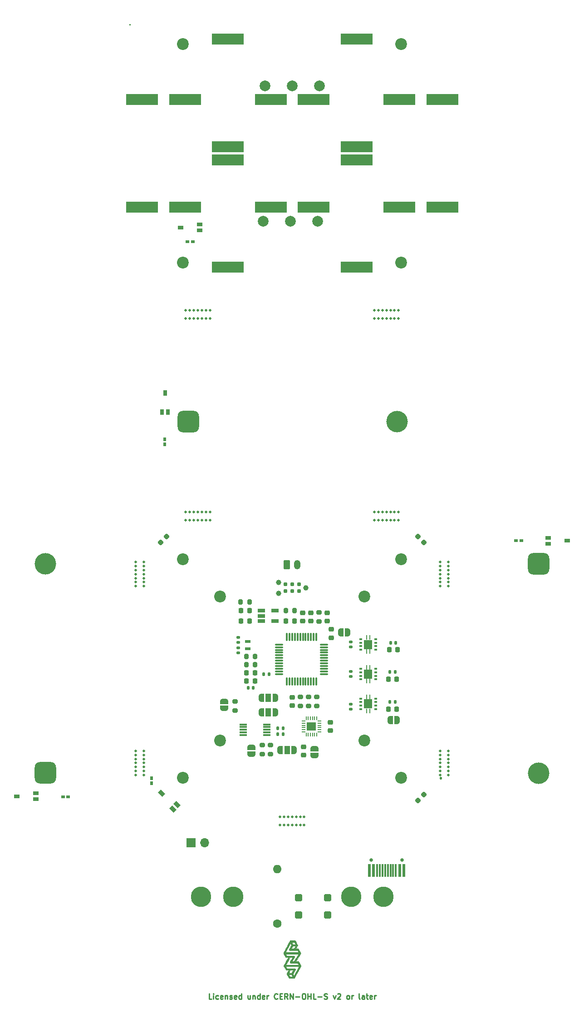
<source format=gts>
G04 #@! TF.GenerationSoftware,KiCad,Pcbnew,(6.0.1)*
G04 #@! TF.CreationDate,2022-11-09T09:08:09-03:00*
G04 #@! TF.ProjectId,PANEL-COMPLETE,50414e45-4c2d-4434-9f4d-504c4554452e,Rev 3*
G04 #@! TF.SameCoordinates,Original*
G04 #@! TF.FileFunction,Soldermask,Top*
G04 #@! TF.FilePolarity,Negative*
%FSLAX46Y46*%
G04 Gerber Fmt 4.6, Leading zero omitted, Abs format (unit mm)*
G04 Created by KiCad (PCBNEW (6.0.1)) date 2022-11-09 09:08:09*
%MOMM*%
%LPD*%
G01*
G04 APERTURE LIST*
G04 Aperture macros list*
%AMRoundRect*
0 Rectangle with rounded corners*
0 $1 Rounding radius*
0 $2 $3 $4 $5 $6 $7 $8 $9 X,Y pos of 4 corners*
0 Add a 4 corners polygon primitive as box body*
4,1,4,$2,$3,$4,$5,$6,$7,$8,$9,$2,$3,0*
0 Add four circle primitives for the rounded corners*
1,1,$1+$1,$2,$3*
1,1,$1+$1,$4,$5*
1,1,$1+$1,$6,$7*
1,1,$1+$1,$8,$9*
0 Add four rect primitives between the rounded corners*
20,1,$1+$1,$2,$3,$4,$5,0*
20,1,$1+$1,$4,$5,$6,$7,0*
20,1,$1+$1,$6,$7,$8,$9,0*
20,1,$1+$1,$8,$9,$2,$3,0*%
%AMRotRect*
0 Rectangle, with rotation*
0 The origin of the aperture is its center*
0 $1 length*
0 $2 width*
0 $3 Rotation angle, in degrees counterclockwise*
0 Add horizontal line*
21,1,$1,$2,0,0,$3*%
%AMFreePoly0*
4,1,22,0.500000,-0.750000,0.000000,-0.750000,0.000000,-0.745033,-0.079941,-0.743568,-0.215256,-0.701293,-0.333266,-0.622738,-0.424486,-0.514219,-0.481581,-0.384460,-0.499164,-0.250000,-0.500000,-0.250000,-0.500000,0.250000,-0.499164,0.250000,-0.499963,0.256109,-0.478152,0.396186,-0.417904,0.524511,-0.324060,0.630769,-0.204165,0.706417,-0.067858,0.745374,0.000000,0.744959,0.000000,0.750000,
0.500000,0.750000,0.500000,-0.750000,0.500000,-0.750000,$1*%
%AMFreePoly1*
4,1,20,0.000000,0.744959,0.073905,0.744508,0.209726,0.703889,0.328688,0.626782,0.421226,0.519385,0.479903,0.390333,0.500000,0.250000,0.500000,-0.250000,0.499851,-0.262216,0.476331,-0.402017,0.414519,-0.529596,0.319384,-0.634700,0.198574,-0.708877,0.061801,-0.746166,0.000000,-0.745033,0.000000,-0.750000,-0.500000,-0.750000,-0.500000,0.750000,0.000000,0.750000,0.000000,0.744959,
0.000000,0.744959,$1*%
%AMFreePoly2*
4,1,22,0.550000,-0.750000,0.000000,-0.750000,0.000000,-0.745033,-0.079941,-0.743568,-0.215256,-0.701293,-0.333266,-0.622738,-0.424486,-0.514219,-0.481581,-0.384460,-0.499164,-0.250000,-0.500000,-0.250000,-0.500000,0.250000,-0.499164,0.250000,-0.499963,0.256109,-0.478152,0.396186,-0.417904,0.524511,-0.324060,0.630769,-0.204165,0.706417,-0.067858,0.745374,0.000000,0.744959,0.000000,0.750000,
0.550000,0.750000,0.550000,-0.750000,0.550000,-0.750000,$1*%
%AMFreePoly3*
4,1,20,0.000000,0.744959,0.073905,0.744508,0.209726,0.703889,0.328688,0.626782,0.421226,0.519385,0.479903,0.390333,0.500000,0.250000,0.500000,-0.250000,0.499851,-0.262216,0.476331,-0.402017,0.414519,-0.529596,0.319384,-0.634700,0.198574,-0.708877,0.061801,-0.746166,0.000000,-0.745033,0.000000,-0.750000,-0.550000,-0.750000,-0.550000,0.750000,0.000000,0.750000,0.000000,0.744959,
0.000000,0.744959,$1*%
%AMFreePoly4*
4,1,14,0.266715,0.088284,0.363284,-0.008285,0.375000,-0.036569,0.375000,-0.060000,0.363284,-0.088284,0.335000,-0.100000,-0.335000,-0.100000,-0.363284,-0.088284,-0.375000,-0.060000,-0.375000,0.060000,-0.363284,0.088284,-0.335000,0.100000,0.238431,0.100000,0.266715,0.088284,0.266715,0.088284,$1*%
%AMFreePoly5*
4,1,14,0.363284,0.088284,0.375000,0.060000,0.375000,0.036569,0.363284,0.008285,0.266715,-0.088284,0.238431,-0.100000,-0.335000,-0.100000,-0.363284,-0.088284,-0.375000,-0.060000,-0.375000,0.060000,-0.363284,0.088284,-0.335000,0.100000,0.335000,0.100000,0.363284,0.088284,0.363284,0.088284,$1*%
%AMFreePoly6*
4,1,14,0.088284,0.363284,0.100000,0.335000,0.100000,-0.335000,0.088284,-0.363284,0.060000,-0.375000,-0.060000,-0.375000,-0.088284,-0.363284,-0.100000,-0.335000,-0.100000,0.238431,-0.088284,0.266715,0.008285,0.363284,0.036569,0.375000,0.060000,0.375000,0.088284,0.363284,0.088284,0.363284,$1*%
%AMFreePoly7*
4,1,14,-0.008285,0.363284,0.088284,0.266715,0.100000,0.238431,0.100000,-0.335000,0.088284,-0.363284,0.060000,-0.375000,-0.060000,-0.375000,-0.088284,-0.363284,-0.100000,-0.335000,-0.100000,0.335000,-0.088284,0.363284,-0.060000,0.375000,-0.036569,0.375000,-0.008285,0.363284,-0.008285,0.363284,$1*%
%AMFreePoly8*
4,1,14,0.363284,0.088284,0.375000,0.060000,0.375000,-0.060000,0.363284,-0.088284,0.335000,-0.100000,-0.238431,-0.100000,-0.266715,-0.088284,-0.363284,0.008285,-0.375000,0.036569,-0.375000,0.060000,-0.363284,0.088284,-0.335000,0.100000,0.335000,0.100000,0.363284,0.088284,0.363284,0.088284,$1*%
%AMFreePoly9*
4,1,14,0.363284,0.088284,0.375000,0.060000,0.375000,-0.060000,0.363284,-0.088284,0.335000,-0.100000,-0.335000,-0.100000,-0.363284,-0.088284,-0.375000,-0.060000,-0.375000,-0.036569,-0.363284,-0.008285,-0.266715,0.088284,-0.238431,0.100000,0.335000,0.100000,0.363284,0.088284,0.363284,0.088284,$1*%
%AMFreePoly10*
4,1,14,0.088284,0.363284,0.100000,0.335000,0.100000,-0.238431,0.088284,-0.266715,-0.008285,-0.363284,-0.036569,-0.375000,-0.060000,-0.375000,-0.088284,-0.363284,-0.100000,-0.335000,-0.100000,0.335000,-0.088284,0.363284,-0.060000,0.375000,0.060000,0.375000,0.088284,0.363284,0.088284,0.363284,$1*%
%AMFreePoly11*
4,1,14,0.088284,0.363284,0.100000,0.335000,0.100000,-0.335000,0.088284,-0.363284,0.060000,-0.375000,0.036569,-0.375000,0.008285,-0.363284,-0.088284,-0.266715,-0.100000,-0.238431,-0.100000,0.335000,-0.088284,0.363284,-0.060000,0.375000,0.060000,0.375000,0.088284,0.363284,0.088284,0.363284,$1*%
G04 Aperture macros list end*
%ADD10C,0.250000*%
%ADD11C,0.040481*%
%ADD12C,0.404812*%
%ADD13C,0.010000*%
%ADD14R,0.600000X0.310000*%
%ADD15R,1.500000X1.750000*%
%ADD16R,0.230000X0.825000*%
%ADD17RoundRect,0.225000X0.225000X0.250000X-0.225000X0.250000X-0.225000X-0.250000X0.225000X-0.250000X0*%
%ADD18C,2.200000*%
%ADD19RoundRect,0.200000X0.275000X-0.200000X0.275000X0.200000X-0.275000X0.200000X-0.275000X-0.200000X0*%
%ADD20RoundRect,0.225000X-0.250000X0.225000X-0.250000X-0.225000X0.250000X-0.225000X0.250000X0.225000X0*%
%ADD21C,0.650000*%
%ADD22R,0.600000X2.450000*%
%ADD23R,0.300000X2.450000*%
%ADD24FreePoly0,180.000000*%
%ADD25FreePoly1,180.000000*%
%ADD26R,1.100000X0.600000*%
%ADD27RotRect,1.100000X0.800000X135.000000*%
%ADD28C,0.500000*%
%ADD29RoundRect,0.101600X-0.599440X0.274320X-0.599440X-0.274320X0.599440X-0.274320X0.599440X0.274320X0*%
%ADD30C,4.000000*%
%ADD31RoundRect,1.000000X1.000000X1.000000X-1.000000X1.000000X-1.000000X-1.000000X1.000000X-1.000000X0*%
%ADD32RoundRect,0.218750X0.026517X-0.335876X0.335876X-0.026517X-0.026517X0.335876X-0.335876X0.026517X0*%
%ADD33RoundRect,0.200000X-0.200000X-0.275000X0.200000X-0.275000X0.200000X0.275000X-0.200000X0.275000X0*%
%ADD34FreePoly2,180.000000*%
%ADD35R,1.000000X1.500000*%
%ADD36FreePoly3,180.000000*%
%ADD37FreePoly0,270.000000*%
%ADD38FreePoly1,270.000000*%
%ADD39RoundRect,1.000000X-1.000000X1.000000X-1.000000X-1.000000X1.000000X-1.000000X1.000000X1.000000X0*%
%ADD40RoundRect,0.200000X-0.275000X0.200000X-0.275000X-0.200000X0.275000X-0.200000X0.275000X0.200000X0*%
%ADD41RoundRect,0.140000X-0.140000X-0.170000X0.140000X-0.170000X0.140000X0.170000X-0.140000X0.170000X0*%
%ADD42R,6.000000X2.000000*%
%ADD43C,2.000000*%
%ADD44C,1.600000*%
%ADD45O,1.600000X1.600000*%
%ADD46RoundRect,0.140000X0.170000X-0.140000X0.170000X0.140000X-0.170000X0.140000X-0.170000X-0.140000X0*%
%ADD47C,2.600000*%
%ADD48C,3.800000*%
%ADD49R,0.800000X0.600000*%
%ADD50RoundRect,0.140000X-0.170000X0.140000X-0.170000X-0.140000X0.170000X-0.140000X0.170000X0.140000X0*%
%ADD51RoundRect,1.000000X1.000000X-1.000000X1.000000X1.000000X-1.000000X1.000000X-1.000000X-1.000000X0*%
%ADD52RoundRect,0.075000X-0.662500X-0.075000X0.662500X-0.075000X0.662500X0.075000X-0.662500X0.075000X0*%
%ADD53RoundRect,0.075000X-0.075000X-0.662500X0.075000X-0.662500X0.075000X0.662500X-0.075000X0.662500X0*%
%ADD54RoundRect,0.218750X-0.218750X-0.256250X0.218750X-0.256250X0.218750X0.256250X-0.218750X0.256250X0*%
%ADD55RoundRect,0.350000X0.350000X-0.350000X0.350000X0.350000X-0.350000X0.350000X-0.350000X-0.350000X0*%
%ADD56R,1.100000X0.800000*%
%ADD57R,0.600000X0.800000*%
%ADD58R,1.700000X1.700000*%
%ADD59O,1.700000X1.700000*%
%ADD60RoundRect,0.140000X0.140000X0.170000X-0.140000X0.170000X-0.140000X-0.170000X0.140000X-0.170000X0*%
%ADD61FreePoly2,0.000000*%
%ADD62FreePoly3,0.000000*%
%ADD63RoundRect,0.225000X0.250000X-0.225000X0.250000X0.225000X-0.250000X0.225000X-0.250000X-0.225000X0*%
%ADD64RoundRect,0.218750X0.218750X0.256250X-0.218750X0.256250X-0.218750X-0.256250X0.218750X-0.256250X0*%
%ADD65R,1.400000X0.300000*%
%ADD66RoundRect,0.218750X0.335876X0.026517X0.026517X0.335876X-0.335876X-0.026517X-0.026517X-0.335876X0*%
%ADD67FreePoly4,0.000000*%
%ADD68RoundRect,0.050000X-0.325000X-0.050000X0.325000X-0.050000X0.325000X0.050000X-0.325000X0.050000X0*%
%ADD69FreePoly5,0.000000*%
%ADD70FreePoly6,0.000000*%
%ADD71RoundRect,0.050000X-0.050000X-0.325000X0.050000X-0.325000X0.050000X0.325000X-0.050000X0.325000X0*%
%ADD72FreePoly7,0.000000*%
%ADD73FreePoly8,0.000000*%
%ADD74FreePoly9,0.000000*%
%ADD75FreePoly10,0.000000*%
%ADD76FreePoly11,0.000000*%
%ADD77R,1.750000X1.600000*%
%ADD78R,0.800000X1.100000*%
%ADD79RoundRect,0.135000X0.135000X0.185000X-0.135000X0.185000X-0.135000X-0.185000X0.135000X-0.185000X0*%
%ADD80FreePoly0,90.000000*%
%ADD81FreePoly1,90.000000*%
%ADD82C,0.990600*%
%ADD83C,0.787400*%
%ADD84RoundRect,0.200000X0.200000X0.275000X-0.200000X0.275000X-0.200000X-0.275000X0.200000X-0.275000X0*%
%ADD85RoundRect,0.135000X-0.135000X-0.185000X0.135000X-0.185000X0.135000X0.185000X-0.135000X0.185000X0*%
%ADD86RoundRect,0.225000X-0.225000X-0.250000X0.225000X-0.250000X0.225000X0.250000X-0.225000X0.250000X0*%
%ADD87RoundRect,0.250000X-0.350000X-0.625000X0.350000X-0.625000X0.350000X0.625000X-0.350000X0.625000X0*%
%ADD88O,1.200000X1.750000*%
G04 APERTURE END LIST*
D10*
X188974515Y-239034580D02*
X188498324Y-239034580D01*
X188498324Y-238034580D01*
X189307848Y-239034580D02*
X189307848Y-238367914D01*
X189307848Y-238034580D02*
X189260229Y-238082200D01*
X189307848Y-238129819D01*
X189355467Y-238082200D01*
X189307848Y-238034580D01*
X189307848Y-238129819D01*
X190212610Y-238986961D02*
X190117372Y-239034580D01*
X189926896Y-239034580D01*
X189831658Y-238986961D01*
X189784039Y-238939342D01*
X189736420Y-238844104D01*
X189736420Y-238558390D01*
X189784039Y-238463152D01*
X189831658Y-238415533D01*
X189926896Y-238367914D01*
X190117372Y-238367914D01*
X190212610Y-238415533D01*
X191022134Y-238986961D02*
X190926896Y-239034580D01*
X190736420Y-239034580D01*
X190641182Y-238986961D01*
X190593563Y-238891723D01*
X190593563Y-238510771D01*
X190641182Y-238415533D01*
X190736420Y-238367914D01*
X190926896Y-238367914D01*
X191022134Y-238415533D01*
X191069753Y-238510771D01*
X191069753Y-238606009D01*
X190593563Y-238701247D01*
X191498324Y-238367914D02*
X191498324Y-239034580D01*
X191498324Y-238463152D02*
X191545944Y-238415533D01*
X191641182Y-238367914D01*
X191784039Y-238367914D01*
X191879277Y-238415533D01*
X191926896Y-238510771D01*
X191926896Y-239034580D01*
X192355467Y-238986961D02*
X192450705Y-239034580D01*
X192641182Y-239034580D01*
X192736420Y-238986961D01*
X192784039Y-238891723D01*
X192784039Y-238844104D01*
X192736420Y-238748866D01*
X192641182Y-238701247D01*
X192498324Y-238701247D01*
X192403086Y-238653628D01*
X192355467Y-238558390D01*
X192355467Y-238510771D01*
X192403086Y-238415533D01*
X192498324Y-238367914D01*
X192641182Y-238367914D01*
X192736420Y-238415533D01*
X193593563Y-238986961D02*
X193498324Y-239034580D01*
X193307848Y-239034580D01*
X193212610Y-238986961D01*
X193164991Y-238891723D01*
X193164991Y-238510771D01*
X193212610Y-238415533D01*
X193307848Y-238367914D01*
X193498324Y-238367914D01*
X193593563Y-238415533D01*
X193641182Y-238510771D01*
X193641182Y-238606009D01*
X193164991Y-238701247D01*
X194498325Y-239034580D02*
X194498325Y-238034580D01*
X194498325Y-238986961D02*
X194403086Y-239034580D01*
X194212610Y-239034580D01*
X194117372Y-238986961D01*
X194069753Y-238939342D01*
X194022134Y-238844104D01*
X194022134Y-238558390D01*
X194069753Y-238463152D01*
X194117372Y-238415533D01*
X194212610Y-238367914D01*
X194403086Y-238367914D01*
X194498325Y-238415533D01*
X196164991Y-238367914D02*
X196164991Y-239034580D01*
X195736420Y-238367914D02*
X195736420Y-238891723D01*
X195784039Y-238986961D01*
X195879277Y-239034580D01*
X196022134Y-239034580D01*
X196117372Y-238986961D01*
X196164991Y-238939342D01*
X196641182Y-238367914D02*
X196641182Y-239034580D01*
X196641182Y-238463152D02*
X196688801Y-238415533D01*
X196784039Y-238367914D01*
X196926896Y-238367914D01*
X197022134Y-238415533D01*
X197069753Y-238510771D01*
X197069753Y-239034580D01*
X197974515Y-239034580D02*
X197974515Y-238034580D01*
X197974515Y-238986961D02*
X197879277Y-239034580D01*
X197688801Y-239034580D01*
X197593563Y-238986961D01*
X197545944Y-238939342D01*
X197498325Y-238844104D01*
X197498325Y-238558390D01*
X197545944Y-238463152D01*
X197593563Y-238415533D01*
X197688801Y-238367914D01*
X197879277Y-238367914D01*
X197974515Y-238415533D01*
X198831658Y-238986961D02*
X198736420Y-239034580D01*
X198545944Y-239034580D01*
X198450705Y-238986961D01*
X198403086Y-238891723D01*
X198403086Y-238510771D01*
X198450705Y-238415533D01*
X198545944Y-238367914D01*
X198736420Y-238367914D01*
X198831658Y-238415533D01*
X198879277Y-238510771D01*
X198879277Y-238606009D01*
X198403086Y-238701247D01*
X199307848Y-239034580D02*
X199307848Y-238367914D01*
X199307848Y-238558390D02*
X199355467Y-238463152D01*
X199403086Y-238415533D01*
X199498325Y-238367914D01*
X199593563Y-238367914D01*
X201260229Y-238939342D02*
X201212610Y-238986961D01*
X201069753Y-239034580D01*
X200974515Y-239034580D01*
X200831658Y-238986961D01*
X200736420Y-238891723D01*
X200688801Y-238796485D01*
X200641182Y-238606009D01*
X200641182Y-238463152D01*
X200688801Y-238272676D01*
X200736420Y-238177438D01*
X200831658Y-238082200D01*
X200974515Y-238034580D01*
X201069753Y-238034580D01*
X201212610Y-238082200D01*
X201260229Y-238129819D01*
X201688801Y-238510771D02*
X202022134Y-238510771D01*
X202164991Y-239034580D02*
X201688801Y-239034580D01*
X201688801Y-238034580D01*
X202164991Y-238034580D01*
X203164991Y-239034580D02*
X202831658Y-238558390D01*
X202593563Y-239034580D02*
X202593563Y-238034580D01*
X202974515Y-238034580D01*
X203069753Y-238082200D01*
X203117372Y-238129819D01*
X203164991Y-238225057D01*
X203164991Y-238367914D01*
X203117372Y-238463152D01*
X203069753Y-238510771D01*
X202974515Y-238558390D01*
X202593563Y-238558390D01*
X203593563Y-239034580D02*
X203593563Y-238034580D01*
X204164991Y-239034580D01*
X204164991Y-238034580D01*
X204641182Y-238653628D02*
X205403086Y-238653628D01*
X206069753Y-238034580D02*
X206260229Y-238034580D01*
X206355467Y-238082200D01*
X206450705Y-238177438D01*
X206498325Y-238367914D01*
X206498325Y-238701247D01*
X206450705Y-238891723D01*
X206355467Y-238986961D01*
X206260229Y-239034580D01*
X206069753Y-239034580D01*
X205974515Y-238986961D01*
X205879277Y-238891723D01*
X205831658Y-238701247D01*
X205831658Y-238367914D01*
X205879277Y-238177438D01*
X205974515Y-238082200D01*
X206069753Y-238034580D01*
X206926896Y-239034580D02*
X206926896Y-238034580D01*
X206926896Y-238510771D02*
X207498325Y-238510771D01*
X207498325Y-239034580D02*
X207498325Y-238034580D01*
X208450705Y-239034580D02*
X207974515Y-239034580D01*
X207974515Y-238034580D01*
X208784039Y-238653628D02*
X209545944Y-238653628D01*
X209974515Y-238986961D02*
X210117372Y-239034580D01*
X210355467Y-239034580D01*
X210450705Y-238986961D01*
X210498325Y-238939342D01*
X210545944Y-238844104D01*
X210545944Y-238748866D01*
X210498325Y-238653628D01*
X210450705Y-238606009D01*
X210355467Y-238558390D01*
X210164991Y-238510771D01*
X210069753Y-238463152D01*
X210022134Y-238415533D01*
X209974515Y-238320295D01*
X209974515Y-238225057D01*
X210022134Y-238129819D01*
X210069753Y-238082200D01*
X210164991Y-238034580D01*
X210403086Y-238034580D01*
X210545944Y-238082200D01*
X211641182Y-238367914D02*
X211879277Y-239034580D01*
X212117372Y-238367914D01*
X212450705Y-238129819D02*
X212498325Y-238082200D01*
X212593563Y-238034580D01*
X212831658Y-238034580D01*
X212926896Y-238082200D01*
X212974515Y-238129819D01*
X213022134Y-238225057D01*
X213022134Y-238320295D01*
X212974515Y-238463152D01*
X212403086Y-239034580D01*
X213022134Y-239034580D01*
X214355467Y-239034580D02*
X214260229Y-238986961D01*
X214212610Y-238939342D01*
X214164991Y-238844104D01*
X214164991Y-238558390D01*
X214212610Y-238463152D01*
X214260229Y-238415533D01*
X214355467Y-238367914D01*
X214498324Y-238367914D01*
X214593563Y-238415533D01*
X214641182Y-238463152D01*
X214688801Y-238558390D01*
X214688801Y-238844104D01*
X214641182Y-238939342D01*
X214593563Y-238986961D01*
X214498324Y-239034580D01*
X214355467Y-239034580D01*
X215117372Y-239034580D02*
X215117372Y-238367914D01*
X215117372Y-238558390D02*
X215164991Y-238463152D01*
X215212610Y-238415533D01*
X215307848Y-238367914D01*
X215403086Y-238367914D01*
X216641182Y-239034580D02*
X216545944Y-238986961D01*
X216498324Y-238891723D01*
X216498324Y-238034580D01*
X217450705Y-239034580D02*
X217450705Y-238510771D01*
X217403086Y-238415533D01*
X217307848Y-238367914D01*
X217117372Y-238367914D01*
X217022134Y-238415533D01*
X217450705Y-238986961D02*
X217355467Y-239034580D01*
X217117372Y-239034580D01*
X217022134Y-238986961D01*
X216974515Y-238891723D01*
X216974515Y-238796485D01*
X217022134Y-238701247D01*
X217117372Y-238653628D01*
X217355467Y-238653628D01*
X217450705Y-238606009D01*
X217784039Y-238367914D02*
X218164991Y-238367914D01*
X217926896Y-238034580D02*
X217926896Y-238891723D01*
X217974515Y-238986961D01*
X218069753Y-239034580D01*
X218164991Y-239034580D01*
X218879277Y-238986961D02*
X218784039Y-239034580D01*
X218593563Y-239034580D01*
X218498324Y-238986961D01*
X218450705Y-238891723D01*
X218450705Y-238510771D01*
X218498324Y-238415533D01*
X218593563Y-238367914D01*
X218784039Y-238367914D01*
X218879277Y-238415533D01*
X218926896Y-238510771D01*
X218926896Y-238606009D01*
X218450705Y-238701247D01*
X219355467Y-239034580D02*
X219355467Y-238367914D01*
X219355467Y-238558390D02*
X219403086Y-238463152D01*
X219450705Y-238415533D01*
X219545944Y-238367914D01*
X219641182Y-238367914D01*
D11*
X173752413Y-57374167D02*
X173752413Y-57518281D01*
X173752413Y-57518281D02*
X173608300Y-57518281D01*
X173608300Y-57518281D02*
X173608300Y-57374167D01*
X173608300Y-57374167D02*
X173752413Y-57374167D01*
X173752413Y-57374167D02*
X173752413Y-57374167D01*
G36*
X173752413Y-57518281D02*
G01*
X173608300Y-57518281D01*
X173608300Y-57374167D01*
X173752413Y-57374167D01*
X173752413Y-57518281D01*
G37*
X173752413Y-57518281D02*
X173608300Y-57518281D01*
X173608300Y-57374167D01*
X173752413Y-57374167D01*
X173752413Y-57518281D01*
D12*
X231725813Y-197838443D02*
X231689739Y-197872840D01*
D13*
X203991370Y-235182837D02*
X203919302Y-235182822D01*
X203919302Y-235182822D02*
X203470569Y-235182822D01*
X203470569Y-235182822D02*
X203447991Y-235170639D01*
X203447991Y-235170639D02*
X203429867Y-235158986D01*
X203429867Y-235158986D02*
X203413343Y-235145430D01*
X203413343Y-235145430D02*
X203410338Y-235142417D01*
X203410338Y-235142417D02*
X203405249Y-235134959D01*
X203405249Y-235134959D02*
X203395231Y-235118386D01*
X203395231Y-235118386D02*
X203380738Y-235093507D01*
X203380738Y-235093507D02*
X203362225Y-235061127D01*
X203362225Y-235061127D02*
X203340145Y-235022056D01*
X203340145Y-235022056D02*
X203314954Y-234977102D01*
X203314954Y-234977102D02*
X203287106Y-234927071D01*
X203287106Y-234927071D02*
X203257054Y-234872772D01*
X203257054Y-234872772D02*
X203225254Y-234815012D01*
X203225254Y-234815012D02*
X203192159Y-234754599D01*
X203192159Y-234754599D02*
X203190204Y-234751022D01*
X203190204Y-234751022D02*
X202985147Y-234375667D01*
X202985147Y-234375667D02*
X202985147Y-234333333D01*
X202985147Y-234333333D02*
X202986931Y-234300954D01*
X202986931Y-234300954D02*
X202992197Y-234278267D01*
X202992197Y-234278267D02*
X202994118Y-234274067D01*
X202994118Y-234274067D02*
X202998468Y-234266189D01*
X202998468Y-234266189D02*
X203007869Y-234249404D01*
X203007869Y-234249404D02*
X203021805Y-234224624D01*
X203021805Y-234224624D02*
X203039762Y-234192762D01*
X203039762Y-234192762D02*
X203061223Y-234154732D01*
X203061223Y-234154732D02*
X203085674Y-234111447D01*
X203085674Y-234111447D02*
X203112600Y-234063820D01*
X203112600Y-234063820D02*
X203141484Y-234012764D01*
X203141484Y-234012764D02*
X203170507Y-233961496D01*
X203170507Y-233961496D02*
X203200469Y-233908556D01*
X203200469Y-233908556D02*
X203228713Y-233858592D01*
X203228713Y-233858592D02*
X203254758Y-233812459D01*
X203254758Y-233812459D02*
X203278123Y-233771011D01*
X203278123Y-233771011D02*
X203298327Y-233735103D01*
X203298327Y-233735103D02*
X203314890Y-233705589D01*
X203314890Y-233705589D02*
X203327331Y-233683323D01*
X203327331Y-233683323D02*
X203335170Y-233669160D01*
X203335170Y-233669160D02*
X203337924Y-233663954D01*
X203337924Y-233663954D02*
X203337925Y-233663950D01*
X203337925Y-233663950D02*
X203332488Y-233663474D01*
X203332488Y-233663474D02*
X203317009Y-233662955D01*
X203317009Y-233662955D02*
X203292735Y-233662414D01*
X203292735Y-233662414D02*
X203260911Y-233661871D01*
X203260911Y-233661871D02*
X203222785Y-233661349D01*
X203222785Y-233661349D02*
X203179603Y-233660868D01*
X203179603Y-233660868D02*
X203132611Y-233660449D01*
X203132611Y-233660449D02*
X203130491Y-233660432D01*
X203130491Y-233660432D02*
X203073451Y-233659958D01*
X203073451Y-233659958D02*
X203026511Y-233659385D01*
X203026511Y-233659385D02*
X202988483Y-233658532D01*
X202988483Y-233658532D02*
X202958177Y-233657220D01*
X202958177Y-233657220D02*
X202934406Y-233655267D01*
X202934406Y-233655267D02*
X202915980Y-233652492D01*
X202915980Y-233652492D02*
X202901711Y-233648715D01*
X202901711Y-233648715D02*
X202890411Y-233643756D01*
X202890411Y-233643756D02*
X202880891Y-233637433D01*
X202880891Y-233637433D02*
X202871963Y-233629567D01*
X202871963Y-233629567D02*
X202862437Y-233619976D01*
X202862437Y-233619976D02*
X202862118Y-233619647D01*
X202862118Y-233619647D02*
X202856774Y-233612388D01*
X202856774Y-233612388D02*
X202846165Y-233596422D01*
X202846165Y-233596422D02*
X202830875Y-233572698D01*
X202830875Y-233572698D02*
X202811487Y-233542164D01*
X202811487Y-233542164D02*
X202788585Y-233505771D01*
X202788585Y-233505771D02*
X202762753Y-233464465D01*
X202762753Y-233464465D02*
X202734575Y-233419196D01*
X202734575Y-233419196D02*
X202704634Y-233370913D01*
X202704634Y-233370913D02*
X202673514Y-233320564D01*
X202673514Y-233320564D02*
X202641799Y-233269099D01*
X202641799Y-233269099D02*
X202610073Y-233217466D01*
X202610073Y-233217466D02*
X202578919Y-233166613D01*
X202578919Y-233166613D02*
X202548921Y-233117490D01*
X202548921Y-233117490D02*
X202520663Y-233071045D01*
X202520663Y-233071045D02*
X202494728Y-233028227D01*
X202494728Y-233028227D02*
X202471701Y-232989985D01*
X202471701Y-232989985D02*
X202452164Y-232957267D01*
X202452164Y-232957267D02*
X202436702Y-232931023D01*
X202436702Y-232931023D02*
X202425899Y-232912201D01*
X202425899Y-232912201D02*
X202420338Y-232901750D01*
X202420338Y-232901750D02*
X202420108Y-232901237D01*
X202420108Y-232901237D02*
X202414019Y-232877820D01*
X202414019Y-232877820D02*
X202412306Y-232849273D01*
X202412306Y-232849273D02*
X202414837Y-232820561D01*
X202414837Y-232820561D02*
X202421482Y-232796653D01*
X202421482Y-232796653D02*
X202422929Y-232793586D01*
X202422929Y-232793586D02*
X202426960Y-232786377D01*
X202426960Y-232786377D02*
X202436363Y-232769969D01*
X202436363Y-232769969D02*
X202450816Y-232744915D01*
X202450816Y-232744915D02*
X202470000Y-232711765D01*
X202470000Y-232711765D02*
X202493593Y-232671071D01*
X202493593Y-232671071D02*
X202521276Y-232623384D01*
X202521276Y-232623384D02*
X202552728Y-232569255D01*
X202552728Y-232569255D02*
X202587629Y-232509235D01*
X202587629Y-232509235D02*
X202625658Y-232443876D01*
X202625658Y-232443876D02*
X202666494Y-232373728D01*
X202666494Y-232373728D02*
X202709818Y-232299343D01*
X202709818Y-232299343D02*
X202755308Y-232221273D01*
X202755308Y-232221273D02*
X202802645Y-232140067D01*
X202802645Y-232140067D02*
X202851508Y-232056279D01*
X202851508Y-232056279D02*
X202863311Y-232036044D01*
X202863311Y-232036044D02*
X203293000Y-231299444D01*
X203293000Y-231299444D02*
X203074162Y-231296622D01*
X203074162Y-231296622D02*
X203018567Y-231295883D01*
X203018567Y-231295883D02*
X202973101Y-231295193D01*
X202973101Y-231295193D02*
X202936605Y-231294479D01*
X202936605Y-231294479D02*
X202907920Y-231293670D01*
X202907920Y-231293670D02*
X202885887Y-231292693D01*
X202885887Y-231292693D02*
X202869346Y-231291477D01*
X202869346Y-231291477D02*
X202857139Y-231289949D01*
X202857139Y-231289949D02*
X202848106Y-231288037D01*
X202848106Y-231288037D02*
X202841088Y-231285669D01*
X202841088Y-231285669D02*
X202834927Y-231282774D01*
X202834927Y-231282774D02*
X202832747Y-231281617D01*
X202832747Y-231281617D02*
X202814725Y-231269985D01*
X202814725Y-231269985D02*
X202798398Y-231256446D01*
X202798398Y-231256446D02*
X202795408Y-231253395D01*
X202795408Y-231253395D02*
X202790133Y-231245975D01*
X202790133Y-231245975D02*
X202779607Y-231229653D01*
X202779607Y-231229653D02*
X202764324Y-231205243D01*
X202764324Y-231205243D02*
X202744781Y-231173559D01*
X202744781Y-231173559D02*
X202721472Y-231135414D01*
X202721472Y-231135414D02*
X202694895Y-231091623D01*
X202694895Y-231091623D02*
X202665544Y-231042999D01*
X202665544Y-231042999D02*
X202633916Y-230990356D01*
X202633916Y-230990356D02*
X202600506Y-230934508D01*
X202600506Y-230934508D02*
X202572452Y-230887435D01*
X202572452Y-230887435D02*
X202364258Y-230537515D01*
X202364258Y-230537515D02*
X202364258Y-230495146D01*
X202364258Y-230495146D02*
X202364962Y-230470668D01*
X202364962Y-230470668D02*
X202367883Y-230452295D01*
X202367883Y-230452295D02*
X202374228Y-230434887D01*
X202374228Y-230434887D02*
X202382208Y-230418911D01*
X202382208Y-230418911D02*
X202424524Y-230339142D01*
X202424524Y-230339142D02*
X202469178Y-230255093D01*
X202469178Y-230255093D02*
X202515899Y-230167265D01*
X202515899Y-230167265D02*
X202564420Y-230076159D01*
X202564420Y-230076159D02*
X202614469Y-229982279D01*
X202614469Y-229982279D02*
X202665779Y-229886125D01*
X202665779Y-229886125D02*
X202718079Y-229788198D01*
X202718079Y-229788198D02*
X202771099Y-229689001D01*
X202771099Y-229689001D02*
X202824571Y-229589034D01*
X202824571Y-229589034D02*
X202878225Y-229488800D01*
X202878225Y-229488800D02*
X202931791Y-229388801D01*
X202931791Y-229388801D02*
X202985000Y-229289537D01*
X202985000Y-229289537D02*
X203037582Y-229191510D01*
X203037582Y-229191510D02*
X203089268Y-229095222D01*
X203089268Y-229095222D02*
X203139788Y-229001175D01*
X203139788Y-229001175D02*
X203188874Y-228909870D01*
X203188874Y-228909870D02*
X203236254Y-228821808D01*
X203236254Y-228821808D02*
X203281661Y-228737492D01*
X203281661Y-228737492D02*
X203324824Y-228657423D01*
X203324824Y-228657423D02*
X203365474Y-228582102D01*
X203365474Y-228582102D02*
X203403342Y-228512031D01*
X203403342Y-228512031D02*
X203438158Y-228447712D01*
X203438158Y-228447712D02*
X203469652Y-228389646D01*
X203469652Y-228389646D02*
X203497555Y-228338335D01*
X203497555Y-228338335D02*
X203521597Y-228294280D01*
X203521597Y-228294280D02*
X203541510Y-228257984D01*
X203541510Y-228257984D02*
X203557023Y-228229947D01*
X203557023Y-228229947D02*
X203567867Y-228210671D01*
X203567867Y-228210671D02*
X203573773Y-228200658D01*
X203573773Y-228200658D02*
X203574680Y-228199371D01*
X203574680Y-228199371D02*
X203580990Y-228192487D01*
X203580990Y-228192487D02*
X203586503Y-228186481D01*
X203586503Y-228186481D02*
X203591988Y-228181291D01*
X203591988Y-228181291D02*
X203598217Y-228176857D01*
X203598217Y-228176857D02*
X203605961Y-228173116D01*
X203605961Y-228173116D02*
X203615990Y-228170007D01*
X203615990Y-228170007D02*
X203629076Y-228167470D01*
X203629076Y-228167470D02*
X203645988Y-228165444D01*
X203645988Y-228165444D02*
X203667498Y-228163866D01*
X203667498Y-228163866D02*
X203694377Y-228162677D01*
X203694377Y-228162677D02*
X203727395Y-228161814D01*
X203727395Y-228161814D02*
X203767323Y-228161217D01*
X203767323Y-228161217D02*
X203814932Y-228160824D01*
X203814932Y-228160824D02*
X203870993Y-228160574D01*
X203870993Y-228160574D02*
X203936277Y-228160406D01*
X203936277Y-228160406D02*
X204011553Y-228160259D01*
X204011553Y-228160259D02*
X204068880Y-228160139D01*
X204068880Y-228160139D02*
X204138697Y-228160037D01*
X204138697Y-228160037D02*
X204205459Y-228160047D01*
X204205459Y-228160047D02*
X204268275Y-228160162D01*
X204268275Y-228160162D02*
X204326252Y-228160376D01*
X204326252Y-228160376D02*
X204378497Y-228160681D01*
X204378497Y-228160681D02*
X204424117Y-228161073D01*
X204424117Y-228161073D02*
X204462219Y-228161543D01*
X204462219Y-228161543D02*
X204491912Y-228162085D01*
X204491912Y-228162085D02*
X204512302Y-228162693D01*
X204512302Y-228162693D02*
X204522497Y-228163359D01*
X204522497Y-228163359D02*
X204523294Y-228163517D01*
X204523294Y-228163517D02*
X204557414Y-228178724D01*
X204557414Y-228178724D02*
X204585333Y-228200520D01*
X204585333Y-228200520D02*
X204586316Y-228201552D01*
X204586316Y-228201552D02*
X204591423Y-228208977D01*
X204591423Y-228208977D02*
X204601520Y-228225491D01*
X204601520Y-228225491D02*
X204616150Y-228250293D01*
X204616150Y-228250293D02*
X204634857Y-228282582D01*
X204634857Y-228282582D02*
X204657185Y-228321560D01*
X204657185Y-228321560D02*
X204682678Y-228366424D01*
X204682678Y-228366424D02*
X204710879Y-228416376D01*
X204710879Y-228416376D02*
X204741333Y-228470615D01*
X204741333Y-228470615D02*
X204773582Y-228528341D01*
X204773582Y-228528341D02*
X204807172Y-228588753D01*
X204807172Y-228588753D02*
X204811055Y-228595756D01*
X204811055Y-228595756D02*
X204960797Y-228865859D01*
X204960797Y-228865859D02*
X204636147Y-228865859D01*
X204636147Y-228865859D02*
X204633492Y-228860307D01*
X204633492Y-228860307D02*
X204625903Y-228845928D01*
X204625903Y-228845928D02*
X204613944Y-228823754D01*
X204613944Y-228823754D02*
X204598179Y-228794819D01*
X204598179Y-228794819D02*
X204579171Y-228760154D01*
X204579171Y-228760154D02*
X204557485Y-228720794D01*
X204557485Y-228720794D02*
X204533685Y-228677770D01*
X204533685Y-228677770D02*
X204519037Y-228651370D01*
X204519037Y-228651370D02*
X204401927Y-228440533D01*
X204401927Y-228440533D02*
X203903285Y-228440533D01*
X203903285Y-228440533D02*
X204008489Y-228655022D01*
X204008489Y-228655022D02*
X204113692Y-228869511D01*
X204113692Y-228869511D02*
X204374919Y-228869511D01*
X204374919Y-228869511D02*
X204428010Y-228869435D01*
X204428010Y-228869435D02*
X204477481Y-228869216D01*
X204477481Y-228869216D02*
X204522222Y-228868871D01*
X204522222Y-228868871D02*
X204561122Y-228868414D01*
X204561122Y-228868414D02*
X204593070Y-228867862D01*
X204593070Y-228867862D02*
X204616955Y-228867229D01*
X204616955Y-228867229D02*
X204631667Y-228866532D01*
X204631667Y-228866532D02*
X204636147Y-228865859D01*
X204636147Y-228865859D02*
X204960797Y-228865859D01*
X204960797Y-228865859D02*
X205020713Y-228973933D01*
X205020713Y-228973933D02*
X205018784Y-229016267D01*
X205018784Y-229016267D02*
X205016855Y-229058600D01*
X205016855Y-229058600D02*
X204958477Y-229160162D01*
X204958477Y-229160162D02*
X204629505Y-229160162D01*
X204629505Y-229160162D02*
X204628849Y-229158167D01*
X204628849Y-229158167D02*
X204625328Y-229156508D01*
X204625328Y-229156508D02*
X204618026Y-229155155D01*
X204618026Y-229155155D02*
X204606026Y-229154078D01*
X204606026Y-229154078D02*
X204588410Y-229153247D01*
X204588410Y-229153247D02*
X204564262Y-229152632D01*
X204564262Y-229152632D02*
X204532664Y-229152203D01*
X204532664Y-229152203D02*
X204492701Y-229151931D01*
X204492701Y-229151931D02*
X204443454Y-229151785D01*
X204443454Y-229151785D02*
X204384008Y-229151734D01*
X204384008Y-229151734D02*
X204371656Y-229151733D01*
X204371656Y-229151733D02*
X204111982Y-229151733D01*
X204111982Y-229151733D02*
X204101136Y-229167256D01*
X204101136Y-229167256D02*
X204096154Y-229175134D01*
X204096154Y-229175134D02*
X204086057Y-229191728D01*
X204086057Y-229191728D02*
X204071453Y-229216021D01*
X204071453Y-229216021D02*
X204052946Y-229246996D01*
X204052946Y-229246996D02*
X204031144Y-229283637D01*
X204031144Y-229283637D02*
X204006651Y-229324928D01*
X204006651Y-229324928D02*
X203980073Y-229369851D01*
X203980073Y-229369851D02*
X203952018Y-229417391D01*
X203952018Y-229417391D02*
X203950572Y-229419844D01*
X203950572Y-229419844D02*
X203922559Y-229467359D01*
X203922559Y-229467359D02*
X203896094Y-229512212D01*
X203896094Y-229512212D02*
X203871771Y-229553404D01*
X203871771Y-229553404D02*
X203850180Y-229589934D01*
X203850180Y-229589934D02*
X203831913Y-229620802D01*
X203831913Y-229620802D02*
X203817562Y-229645007D01*
X203817562Y-229645007D02*
X203807719Y-229661549D01*
X203807719Y-229661549D02*
X203802974Y-229669427D01*
X203802974Y-229669427D02*
X203802859Y-229669611D01*
X203802859Y-229669611D02*
X203794864Y-229682311D01*
X203794864Y-229682311D02*
X204064517Y-229682123D01*
X204064517Y-229682123D02*
X204334169Y-229681935D01*
X204334169Y-229681935D02*
X204480925Y-229425263D01*
X204480925Y-229425263D02*
X204509130Y-229375836D01*
X204509130Y-229375836D02*
X204535622Y-229329221D01*
X204535622Y-229329221D02*
X204559873Y-229286363D01*
X204559873Y-229286363D02*
X204581352Y-229248208D01*
X204581352Y-229248208D02*
X204599530Y-229215700D01*
X204599530Y-229215700D02*
X204613877Y-229189784D01*
X204613877Y-229189784D02*
X204623863Y-229171405D01*
X204623863Y-229171405D02*
X204628960Y-229161508D01*
X204628960Y-229161508D02*
X204629505Y-229160162D01*
X204629505Y-229160162D02*
X204958477Y-229160162D01*
X204958477Y-229160162D02*
X204838411Y-229369044D01*
X204838411Y-229369044D02*
X204659968Y-229679489D01*
X204659968Y-229679489D02*
X204866780Y-229682311D01*
X204866780Y-229682311D02*
X204923765Y-229683122D01*
X204923765Y-229683122D02*
X204970653Y-229683977D01*
X204970653Y-229683977D02*
X205008633Y-229685060D01*
X205008633Y-229685060D02*
X205038896Y-229686561D01*
X205038896Y-229686561D02*
X205062631Y-229688664D01*
X205062631Y-229688664D02*
X205081030Y-229691556D01*
X205081030Y-229691556D02*
X205095281Y-229695426D01*
X205095281Y-229695426D02*
X205106576Y-229700458D01*
X205106576Y-229700458D02*
X205116103Y-229706840D01*
X205116103Y-229706840D02*
X205125055Y-229714758D01*
X205125055Y-229714758D02*
X205134531Y-229724309D01*
X205134531Y-229724309D02*
X205139875Y-229731568D01*
X205139875Y-229731568D02*
X205150484Y-229747534D01*
X205150484Y-229747534D02*
X205165775Y-229771258D01*
X205165775Y-229771258D02*
X205185163Y-229801791D01*
X205185163Y-229801791D02*
X205208064Y-229838185D01*
X205208064Y-229838185D02*
X205233896Y-229879491D01*
X205233896Y-229879491D02*
X205262074Y-229924760D01*
X205262074Y-229924760D02*
X205292015Y-229973043D01*
X205292015Y-229973043D02*
X205323135Y-230023391D01*
X205323135Y-230023391D02*
X205354850Y-230074857D01*
X205354850Y-230074857D02*
X205386576Y-230126490D01*
X205386576Y-230126490D02*
X205417730Y-230177343D01*
X205417730Y-230177343D02*
X205447728Y-230226466D01*
X205447728Y-230226466D02*
X205475986Y-230272911D01*
X205475986Y-230272911D02*
X205501921Y-230315729D01*
X205501921Y-230315729D02*
X205520283Y-230346223D01*
X205520283Y-230346223D02*
X205187526Y-230346223D01*
X205187526Y-230346223D02*
X205184005Y-230339810D01*
X205184005Y-230339810D02*
X205175248Y-230324861D01*
X205175248Y-230324861D02*
X205161911Y-230302469D01*
X205161911Y-230302469D02*
X205144650Y-230273725D01*
X205144650Y-230273725D02*
X205124121Y-230239722D01*
X205124121Y-230239722D02*
X205100982Y-230201553D01*
X205100982Y-230201553D02*
X205075888Y-230160310D01*
X205075888Y-230160310D02*
X205070510Y-230151490D01*
X205070510Y-230151490D02*
X204956479Y-229964533D01*
X204956479Y-229964533D02*
X204236102Y-229964409D01*
X204236102Y-229964409D02*
X204131172Y-229964389D01*
X204131172Y-229964389D02*
X204036933Y-229964359D01*
X204036933Y-229964359D02*
X203952789Y-229964310D01*
X203952789Y-229964310D02*
X203878141Y-229964234D01*
X203878141Y-229964234D02*
X203812391Y-229964120D01*
X203812391Y-229964120D02*
X203754943Y-229963959D01*
X203754943Y-229963959D02*
X203705199Y-229963742D01*
X203705199Y-229963742D02*
X203662561Y-229963461D01*
X203662561Y-229963461D02*
X203626432Y-229963104D01*
X203626432Y-229963104D02*
X203596214Y-229962664D01*
X203596214Y-229962664D02*
X203571310Y-229962131D01*
X203571310Y-229962131D02*
X203551122Y-229961495D01*
X203551122Y-229961495D02*
X203535053Y-229960747D01*
X203535053Y-229960747D02*
X203522505Y-229959879D01*
X203522505Y-229959879D02*
X203512881Y-229958879D01*
X203512881Y-229958879D02*
X203505583Y-229957741D01*
X203505583Y-229957741D02*
X203500014Y-229956453D01*
X203500014Y-229956453D02*
X203495576Y-229955006D01*
X203495576Y-229955006D02*
X203491672Y-229953392D01*
X203491672Y-229953392D02*
X203490325Y-229952788D01*
X203490325Y-229952788D02*
X203457784Y-229933369D01*
X203457784Y-229933369D02*
X203433338Y-229907408D01*
X203433338Y-229907408D02*
X203419110Y-229882689D01*
X203419110Y-229882689D02*
X203408419Y-229848983D01*
X203408419Y-229848983D02*
X203406123Y-229813349D01*
X203406123Y-229813349D02*
X203412324Y-229779740D01*
X203412324Y-229779740D02*
X203416237Y-229769800D01*
X203416237Y-229769800D02*
X203420733Y-229761377D01*
X203420733Y-229761377D02*
X203430519Y-229744052D01*
X203430519Y-229744052D02*
X203445121Y-229718635D01*
X203445121Y-229718635D02*
X203464070Y-229685932D01*
X203464070Y-229685932D02*
X203486893Y-229646751D01*
X203486893Y-229646751D02*
X203513120Y-229601900D01*
X203513120Y-229601900D02*
X203542277Y-229552186D01*
X203542277Y-229552186D02*
X203573895Y-229498418D01*
X203573895Y-229498418D02*
X203607501Y-229441402D01*
X203607501Y-229441402D02*
X203642625Y-229381947D01*
X203642625Y-229381947D02*
X203644713Y-229378416D01*
X203644713Y-229378416D02*
X203679595Y-229319377D01*
X203679595Y-229319377D02*
X203712754Y-229263127D01*
X203712754Y-229263127D02*
X203743746Y-229210424D01*
X203743746Y-229210424D02*
X203772129Y-229162029D01*
X203772129Y-229162029D02*
X203797460Y-229118701D01*
X203797460Y-229118701D02*
X203819296Y-229081200D01*
X203819296Y-229081200D02*
X203837193Y-229050284D01*
X203837193Y-229050284D02*
X203850708Y-229026714D01*
X203850708Y-229026714D02*
X203859399Y-229011248D01*
X203859399Y-229011248D02*
X203862822Y-229004647D01*
X203862822Y-229004647D02*
X203862858Y-229004493D01*
X203862858Y-229004493D02*
X203860459Y-228998670D01*
X203860459Y-228998670D02*
X203853701Y-228984221D01*
X203853701Y-228984221D02*
X203843240Y-228962465D01*
X203843240Y-228962465D02*
X203829731Y-228934722D01*
X203829731Y-228934722D02*
X203813831Y-228902310D01*
X203813831Y-228902310D02*
X203796196Y-228866551D01*
X203796196Y-228866551D02*
X203777482Y-228828761D01*
X203777482Y-228828761D02*
X203758344Y-228790263D01*
X203758344Y-228790263D02*
X203739441Y-228752373D01*
X203739441Y-228752373D02*
X203721426Y-228716413D01*
X203721426Y-228716413D02*
X203704957Y-228683701D01*
X203704957Y-228683701D02*
X203690690Y-228655557D01*
X203690690Y-228655557D02*
X203679280Y-228633300D01*
X203679280Y-228633300D02*
X203671384Y-228618250D01*
X203671384Y-228618250D02*
X203667658Y-228611726D01*
X203667658Y-228611726D02*
X203667463Y-228611566D01*
X203667463Y-228611566D02*
X203664740Y-228616582D01*
X203664740Y-228616582D02*
X203656974Y-228631053D01*
X203656974Y-228631053D02*
X203644432Y-228654471D01*
X203644432Y-228654471D02*
X203627387Y-228686331D01*
X203627387Y-228686331D02*
X203606108Y-228726128D01*
X203606108Y-228726128D02*
X203580866Y-228773356D01*
X203580866Y-228773356D02*
X203551930Y-228827509D01*
X203551930Y-228827509D02*
X203519571Y-228888081D01*
X203519571Y-228888081D02*
X203484059Y-228954567D01*
X203484059Y-228954567D02*
X203445664Y-229026460D01*
X203445664Y-229026460D02*
X203404656Y-229103255D01*
X203404656Y-229103255D02*
X203361306Y-229184446D01*
X203361306Y-229184446D02*
X203315884Y-229269527D01*
X203315884Y-229269527D02*
X203268659Y-229357993D01*
X203268659Y-229357993D02*
X203219903Y-229449337D01*
X203219903Y-229449337D02*
X203203025Y-229480960D01*
X203203025Y-229480960D02*
X203153812Y-229573181D01*
X203153812Y-229573181D02*
X203106050Y-229662710D01*
X203106050Y-229662710D02*
X203060010Y-229749038D01*
X203060010Y-229749038D02*
X203015960Y-229831659D01*
X203015960Y-229831659D02*
X202974170Y-229910068D01*
X202974170Y-229910068D02*
X202934910Y-229983756D01*
X202934910Y-229983756D02*
X202898450Y-230052217D01*
X202898450Y-230052217D02*
X202865060Y-230114946D01*
X202865060Y-230114946D02*
X202835008Y-230171434D01*
X202835008Y-230171434D02*
X202808565Y-230221177D01*
X202808565Y-230221177D02*
X202786000Y-230263666D01*
X202786000Y-230263666D02*
X202767583Y-230298395D01*
X202767583Y-230298395D02*
X202753584Y-230324859D01*
X202753584Y-230324859D02*
X202744272Y-230342549D01*
X202744272Y-230342549D02*
X202739917Y-230350960D01*
X202739917Y-230350960D02*
X202739613Y-230351615D01*
X202739613Y-230351615D02*
X202745172Y-230351843D01*
X202745172Y-230351843D02*
X202761507Y-230352064D01*
X202761507Y-230352064D02*
X202788106Y-230352278D01*
X202788106Y-230352278D02*
X202824454Y-230352485D01*
X202824454Y-230352485D02*
X202870040Y-230352683D01*
X202870040Y-230352683D02*
X202924350Y-230352871D01*
X202924350Y-230352871D02*
X202986872Y-230353048D01*
X202986872Y-230353048D02*
X203057093Y-230353213D01*
X203057093Y-230353213D02*
X203134500Y-230353365D01*
X203134500Y-230353365D02*
X203218580Y-230353503D01*
X203218580Y-230353503D02*
X203308821Y-230353627D01*
X203308821Y-230353627D02*
X203404708Y-230353734D01*
X203404708Y-230353734D02*
X203505731Y-230353825D01*
X203505731Y-230353825D02*
X203611374Y-230353898D01*
X203611374Y-230353898D02*
X203721127Y-230353952D01*
X203721127Y-230353952D02*
X203834475Y-230353987D01*
X203834475Y-230353987D02*
X203950907Y-230354000D01*
X203950907Y-230354000D02*
X203965062Y-230354000D01*
X203965062Y-230354000D02*
X204105886Y-230353992D01*
X204105886Y-230353992D02*
X204235834Y-230353965D01*
X204235834Y-230353965D02*
X204355319Y-230353918D01*
X204355319Y-230353918D02*
X204464754Y-230353846D01*
X204464754Y-230353846D02*
X204564552Y-230353749D01*
X204564552Y-230353749D02*
X204655125Y-230353623D01*
X204655125Y-230353623D02*
X204736886Y-230353465D01*
X204736886Y-230353465D02*
X204810248Y-230353274D01*
X204810248Y-230353274D02*
X204875625Y-230353045D01*
X204875625Y-230353045D02*
X204933428Y-230352777D01*
X204933428Y-230352777D02*
X204984071Y-230352468D01*
X204984071Y-230352468D02*
X205027967Y-230352113D01*
X205027967Y-230352113D02*
X205065529Y-230351712D01*
X205065529Y-230351712D02*
X205097169Y-230351260D01*
X205097169Y-230351260D02*
X205123300Y-230350756D01*
X205123300Y-230350756D02*
X205144335Y-230350197D01*
X205144335Y-230350197D02*
X205160688Y-230349581D01*
X205160688Y-230349581D02*
X205172770Y-230348904D01*
X205172770Y-230348904D02*
X205180995Y-230348164D01*
X205180995Y-230348164D02*
X205185775Y-230347358D01*
X205185775Y-230347358D02*
X205187525Y-230346484D01*
X205187525Y-230346484D02*
X205187526Y-230346223D01*
X205187526Y-230346223D02*
X205520283Y-230346223D01*
X205520283Y-230346223D02*
X205524949Y-230353971D01*
X205524949Y-230353971D02*
X205544485Y-230386688D01*
X205544485Y-230386688D02*
X205559947Y-230412933D01*
X205559947Y-230412933D02*
X205570750Y-230431755D01*
X205570750Y-230431755D02*
X205576311Y-230442206D01*
X205576311Y-230442206D02*
X205576541Y-230442719D01*
X205576541Y-230442719D02*
X205582630Y-230466135D01*
X205582630Y-230466135D02*
X205584344Y-230494683D01*
X205584344Y-230494683D02*
X205581813Y-230523394D01*
X205581813Y-230523394D02*
X205575167Y-230547303D01*
X205575167Y-230547303D02*
X205573721Y-230550369D01*
X205573721Y-230550369D02*
X205569689Y-230557579D01*
X205569689Y-230557579D02*
X205560286Y-230573987D01*
X205560286Y-230573987D02*
X205545833Y-230599041D01*
X205545833Y-230599041D02*
X205526649Y-230632191D01*
X205526649Y-230632191D02*
X205522669Y-230639056D01*
X205522669Y-230639056D02*
X205194947Y-230639056D01*
X205194947Y-230639056D02*
X205189388Y-230638786D01*
X205189388Y-230638786D02*
X205173054Y-230638522D01*
X205173054Y-230638522D02*
X205146458Y-230638267D01*
X205146458Y-230638267D02*
X205110115Y-230638021D01*
X205110115Y-230638021D02*
X205064537Y-230637786D01*
X205064537Y-230637786D02*
X205010239Y-230637563D01*
X205010239Y-230637563D02*
X204947734Y-230637352D01*
X204947734Y-230637352D02*
X204877535Y-230637156D01*
X204877535Y-230637156D02*
X204800157Y-230636975D01*
X204800157Y-230636975D02*
X204716113Y-230636810D01*
X204716113Y-230636810D02*
X204625917Y-230636664D01*
X204625917Y-230636664D02*
X204530082Y-230636536D01*
X204530082Y-230636536D02*
X204429123Y-230636428D01*
X204429123Y-230636428D02*
X204323552Y-230636342D01*
X204323552Y-230636342D02*
X204213884Y-230636278D01*
X204213884Y-230636278D02*
X204100631Y-230636238D01*
X204100631Y-230636238D02*
X203984309Y-230636222D01*
X203984309Y-230636222D02*
X202751680Y-230636222D01*
X202751680Y-230636222D02*
X202975394Y-231011578D01*
X202975394Y-231011578D02*
X203654782Y-231014400D01*
X203654782Y-231014400D02*
X204334169Y-231017222D01*
X204334169Y-231017222D02*
X204357132Y-231029514D01*
X204357132Y-231029514D02*
X204389803Y-231052775D01*
X204389803Y-231052775D02*
X204414148Y-231082183D01*
X204414148Y-231082183D02*
X204429598Y-231116010D01*
X204429598Y-231116010D02*
X204435581Y-231152532D01*
X204435581Y-231152532D02*
X204431528Y-231190023D01*
X204431528Y-231190023D02*
X204420244Y-231220422D01*
X204420244Y-231220422D02*
X204415704Y-231228762D01*
X204415704Y-231228762D02*
X204405981Y-231246104D01*
X204405981Y-231246104D02*
X204391520Y-231271666D01*
X204391520Y-231271666D02*
X204372767Y-231304666D01*
X204372767Y-231304666D02*
X204350170Y-231344322D01*
X204350170Y-231344322D02*
X204324174Y-231389852D01*
X204324174Y-231389852D02*
X204295227Y-231440473D01*
X204295227Y-231440473D02*
X204263773Y-231495403D01*
X204263773Y-231495403D02*
X204230260Y-231553860D01*
X204230260Y-231553860D02*
X204195134Y-231615062D01*
X204195134Y-231615062D02*
X204180274Y-231640933D01*
X204180274Y-231640933D02*
X204144893Y-231702517D01*
X204144893Y-231702517D02*
X204111130Y-231761288D01*
X204111130Y-231761288D02*
X204079406Y-231816509D01*
X204079406Y-231816509D02*
X204050146Y-231867443D01*
X204050146Y-231867443D02*
X204023774Y-231913352D01*
X204023774Y-231913352D02*
X204000711Y-231953501D01*
X204000711Y-231953501D02*
X203981382Y-231987152D01*
X203981382Y-231987152D02*
X203966210Y-232013568D01*
X203966210Y-232013568D02*
X203955619Y-232032012D01*
X203955619Y-232032012D02*
X203950032Y-232041746D01*
X203950032Y-232041746D02*
X203949256Y-232043100D01*
X203949256Y-232043100D02*
X203954147Y-232044046D01*
X203954147Y-232044046D02*
X203969118Y-232044919D01*
X203969118Y-232044919D02*
X203992960Y-232045693D01*
X203992960Y-232045693D02*
X204024466Y-232046346D01*
X204024466Y-232046346D02*
X204062425Y-232046852D01*
X204062425Y-232046852D02*
X204105630Y-232047189D01*
X204105630Y-232047189D02*
X204152872Y-232047330D01*
X204152872Y-232047330D02*
X204160983Y-232047333D01*
X204160983Y-232047333D02*
X204375109Y-232047333D01*
X204375109Y-232047333D02*
X204785028Y-231344612D01*
X204785028Y-231344612D02*
X204832847Y-231262617D01*
X204832847Y-231262617D02*
X204879083Y-231183297D01*
X204879083Y-231183297D02*
X204923420Y-231107199D01*
X204923420Y-231107199D02*
X204965540Y-231034870D01*
X204965540Y-231034870D02*
X205005125Y-230966855D01*
X205005125Y-230966855D02*
X205041857Y-230903702D01*
X205041857Y-230903702D02*
X205075420Y-230845956D01*
X205075420Y-230845956D02*
X205105495Y-230794164D01*
X205105495Y-230794164D02*
X205131766Y-230748873D01*
X205131766Y-230748873D02*
X205153915Y-230710629D01*
X205153915Y-230710629D02*
X205171624Y-230679979D01*
X205171624Y-230679979D02*
X205184576Y-230657468D01*
X205184576Y-230657468D02*
X205192453Y-230643644D01*
X205192453Y-230643644D02*
X205194947Y-230639056D01*
X205194947Y-230639056D02*
X205522669Y-230639056D01*
X205522669Y-230639056D02*
X205503056Y-230672885D01*
X205503056Y-230672885D02*
X205475373Y-230720572D01*
X205475373Y-230720572D02*
X205443921Y-230774701D01*
X205443921Y-230774701D02*
X205409020Y-230834721D01*
X205409020Y-230834721D02*
X205370992Y-230900080D01*
X205370992Y-230900080D02*
X205330155Y-230970228D01*
X205330155Y-230970228D02*
X205286832Y-231044612D01*
X205286832Y-231044612D02*
X205241341Y-231122683D01*
X205241341Y-231122683D02*
X205194004Y-231203888D01*
X205194004Y-231203888D02*
X205145141Y-231287677D01*
X205145141Y-231287677D02*
X205133339Y-231307911D01*
X205133339Y-231307911D02*
X204703649Y-232044511D01*
X204703649Y-232044511D02*
X204922487Y-232047333D01*
X204922487Y-232047333D02*
X204978082Y-232048072D01*
X204978082Y-232048072D02*
X205023548Y-232048763D01*
X205023548Y-232048763D02*
X205060044Y-232049477D01*
X205060044Y-232049477D02*
X205088729Y-232050286D01*
X205088729Y-232050286D02*
X205110762Y-232051263D01*
X205110762Y-232051263D02*
X205127303Y-232052479D01*
X205127303Y-232052479D02*
X205139510Y-232054007D01*
X205139510Y-232054007D02*
X205148543Y-232055919D01*
X205148543Y-232055919D02*
X205155561Y-232058286D01*
X205155561Y-232058286D02*
X205161723Y-232061181D01*
X205161723Y-232061181D02*
X205163902Y-232062339D01*
X205163902Y-232062339D02*
X205181924Y-232073971D01*
X205181924Y-232073971D02*
X205198252Y-232087510D01*
X205198252Y-232087510D02*
X205201242Y-232090561D01*
X205201242Y-232090561D02*
X205206516Y-232097981D01*
X205206516Y-232097981D02*
X205217042Y-232114302D01*
X205217042Y-232114302D02*
X205232325Y-232138712D01*
X205232325Y-232138712D02*
X205251869Y-232170397D01*
X205251869Y-232170397D02*
X205275177Y-232208541D01*
X205275177Y-232208541D02*
X205301755Y-232252333D01*
X205301755Y-232252333D02*
X205331105Y-232300957D01*
X205331105Y-232300957D02*
X205362733Y-232353600D01*
X205362733Y-232353600D02*
X205396143Y-232409448D01*
X205396143Y-232409448D02*
X205424197Y-232456520D01*
X205424197Y-232456520D02*
X205573662Y-232707733D01*
X205573662Y-232707733D02*
X205244969Y-232707733D01*
X205244969Y-232707733D02*
X205133112Y-232520056D01*
X205133112Y-232520056D02*
X205021255Y-232332378D01*
X205021255Y-232332378D02*
X204341868Y-232329556D01*
X204341868Y-232329556D02*
X203662480Y-232326733D01*
X203662480Y-232326733D02*
X203639517Y-232314442D01*
X203639517Y-232314442D02*
X203609750Y-232293094D01*
X203609750Y-232293094D02*
X203585774Y-232265166D01*
X203585774Y-232265166D02*
X203568907Y-232233091D01*
X203568907Y-232233091D02*
X203560469Y-232199300D01*
X203560469Y-232199300D02*
X203561096Y-232169892D01*
X203561096Y-232169892D02*
X203561992Y-232164448D01*
X203561992Y-232164448D02*
X203562980Y-232159321D01*
X203562980Y-232159321D02*
X203564408Y-232153870D01*
X203564408Y-232153870D02*
X203566627Y-232147454D01*
X203566627Y-232147454D02*
X203569989Y-232139432D01*
X203569989Y-232139432D02*
X203574842Y-232129164D01*
X203574842Y-232129164D02*
X203581538Y-232116009D01*
X203581538Y-232116009D02*
X203590428Y-232099325D01*
X203590428Y-232099325D02*
X203601860Y-232078473D01*
X203601860Y-232078473D02*
X203616187Y-232052810D01*
X203616187Y-232052810D02*
X203633758Y-232021697D01*
X203633758Y-232021697D02*
X203654925Y-231984491D01*
X203654925Y-231984491D02*
X203680036Y-231940554D01*
X203680036Y-231940554D02*
X203709443Y-231889243D01*
X203709443Y-231889243D02*
X203743497Y-231829918D01*
X203743497Y-231829918D02*
X203782547Y-231761937D01*
X203782547Y-231761937D02*
X203816395Y-231703022D01*
X203816395Y-231703022D02*
X203851776Y-231641439D01*
X203851776Y-231641439D02*
X203885539Y-231582668D01*
X203885539Y-231582668D02*
X203917262Y-231527447D01*
X203917262Y-231527447D02*
X203946521Y-231476513D01*
X203946521Y-231476513D02*
X203972893Y-231430604D01*
X203972893Y-231430604D02*
X203995954Y-231390455D01*
X203995954Y-231390455D02*
X204015282Y-231356804D01*
X204015282Y-231356804D02*
X204030452Y-231330388D01*
X204030452Y-231330388D02*
X204041042Y-231311944D01*
X204041042Y-231311944D02*
X204046629Y-231302209D01*
X204046629Y-231302209D02*
X204047403Y-231300856D01*
X204047403Y-231300856D02*
X204042510Y-231299910D01*
X204042510Y-231299910D02*
X204027537Y-231299037D01*
X204027537Y-231299037D02*
X204003692Y-231298262D01*
X204003692Y-231298262D02*
X203972185Y-231297610D01*
X203972185Y-231297610D02*
X203934224Y-231297103D01*
X203934224Y-231297103D02*
X203891018Y-231296767D01*
X203891018Y-231296767D02*
X203843776Y-231296625D01*
X203843776Y-231296625D02*
X203835666Y-231296622D01*
X203835666Y-231296622D02*
X203621541Y-231296622D01*
X203621541Y-231296622D02*
X203211622Y-231999344D01*
X203211622Y-231999344D02*
X203163802Y-232081339D01*
X203163802Y-232081339D02*
X203117566Y-232160659D01*
X203117566Y-232160659D02*
X203073229Y-232236757D01*
X203073229Y-232236757D02*
X203031109Y-232309086D01*
X203031109Y-232309086D02*
X202991525Y-232377101D01*
X202991525Y-232377101D02*
X202954792Y-232440254D01*
X202954792Y-232440254D02*
X202921229Y-232498000D01*
X202921229Y-232498000D02*
X202891154Y-232549791D01*
X202891154Y-232549791D02*
X202864883Y-232595082D01*
X202864883Y-232595082D02*
X202842734Y-232633326D01*
X202842734Y-232633326D02*
X202825025Y-232663977D01*
X202825025Y-232663977D02*
X202812074Y-232686487D01*
X202812074Y-232686487D02*
X202804196Y-232700312D01*
X202804196Y-232700312D02*
X202801702Y-232704899D01*
X202801702Y-232704899D02*
X202807261Y-232705170D01*
X202807261Y-232705170D02*
X202823595Y-232705433D01*
X202823595Y-232705433D02*
X202850191Y-232705689D01*
X202850191Y-232705689D02*
X202886534Y-232705934D01*
X202886534Y-232705934D02*
X202932112Y-232706170D01*
X202932112Y-232706170D02*
X202986410Y-232706393D01*
X202986410Y-232706393D02*
X203048916Y-232706604D01*
X203048916Y-232706604D02*
X203119114Y-232706800D01*
X203119114Y-232706800D02*
X203196492Y-232706981D01*
X203196492Y-232706981D02*
X203280536Y-232707145D01*
X203280536Y-232707145D02*
X203370732Y-232707292D01*
X203370732Y-232707292D02*
X203466567Y-232707420D01*
X203466567Y-232707420D02*
X203567526Y-232707528D01*
X203567526Y-232707528D02*
X203673097Y-232707614D01*
X203673097Y-232707614D02*
X203782766Y-232707678D01*
X203782766Y-232707678D02*
X203896018Y-232707718D01*
X203896018Y-232707718D02*
X204012341Y-232707733D01*
X204012341Y-232707733D02*
X205244969Y-232707733D01*
X205244969Y-232707733D02*
X205573662Y-232707733D01*
X205573662Y-232707733D02*
X205632391Y-232806441D01*
X205632391Y-232806441D02*
X205632391Y-232848809D01*
X205632391Y-232848809D02*
X205631687Y-232873288D01*
X205631687Y-232873288D02*
X205628766Y-232891663D01*
X205628766Y-232891663D02*
X205622419Y-232909074D01*
X205622419Y-232909074D02*
X205614443Y-232925044D01*
X205614443Y-232925044D02*
X205577237Y-232995188D01*
X205577237Y-232995188D02*
X205256095Y-232995188D01*
X205256095Y-232995188D02*
X205250718Y-232994598D01*
X205250718Y-232994598D02*
X205234350Y-232994037D01*
X205234350Y-232994037D02*
X205207291Y-232993506D01*
X205207291Y-232993506D02*
X205169838Y-232993007D01*
X205169838Y-232993007D02*
X205122291Y-232992541D01*
X205122291Y-232992541D02*
X205064949Y-232992109D01*
X205064949Y-232992109D02*
X204998109Y-232991713D01*
X204998109Y-232991713D02*
X204922070Y-232991353D01*
X204922070Y-232991353D02*
X204837131Y-232991032D01*
X204837131Y-232991032D02*
X204743590Y-232990750D01*
X204743590Y-232990750D02*
X204641747Y-232990509D01*
X204641747Y-232990509D02*
X204531899Y-232990309D01*
X204531899Y-232990309D02*
X204414345Y-232990153D01*
X204414345Y-232990153D02*
X204289384Y-232990041D01*
X204289384Y-232990041D02*
X204157314Y-232989975D01*
X204157314Y-232989975D02*
X204032662Y-232989956D01*
X204032662Y-232989956D02*
X203915901Y-232989972D01*
X203915901Y-232989972D02*
X203802162Y-232990021D01*
X203802162Y-232990021D02*
X203691957Y-232990101D01*
X203691957Y-232990101D02*
X203585800Y-232990209D01*
X203585800Y-232990209D02*
X203484203Y-232990346D01*
X203484203Y-232990346D02*
X203387679Y-232990508D01*
X203387679Y-232990508D02*
X203296741Y-232990695D01*
X203296741Y-232990695D02*
X203211902Y-232990905D01*
X203211902Y-232990905D02*
X203133674Y-232991137D01*
X203133674Y-232991137D02*
X203062572Y-232991388D01*
X203062572Y-232991388D02*
X202999106Y-232991658D01*
X202999106Y-232991658D02*
X202943792Y-232991945D01*
X202943792Y-232991945D02*
X202897141Y-232992247D01*
X202897141Y-232992247D02*
X202859665Y-232992563D01*
X202859665Y-232992563D02*
X202831880Y-232992891D01*
X202831880Y-232992891D02*
X202814296Y-232993230D01*
X202814296Y-232993230D02*
X202807427Y-232993578D01*
X202807427Y-232993578D02*
X202807347Y-232993620D01*
X202807347Y-232993620D02*
X202810188Y-232999088D01*
X202810188Y-232999088D02*
X202818293Y-233013136D01*
X202818293Y-233013136D02*
X202831034Y-233034714D01*
X202831034Y-233034714D02*
X202847784Y-233062774D01*
X202847784Y-233062774D02*
X202867916Y-233096265D01*
X202867916Y-233096265D02*
X202890802Y-233134137D01*
X202890802Y-233134137D02*
X202915815Y-233175342D01*
X202915815Y-233175342D02*
X202923736Y-233188353D01*
X202923736Y-233188353D02*
X203040125Y-233379422D01*
X203040125Y-233379422D02*
X203760525Y-233379546D01*
X203760525Y-233379546D02*
X203865457Y-233379567D01*
X203865457Y-233379567D02*
X203959697Y-233379597D01*
X203959697Y-233379597D02*
X204043843Y-233379645D01*
X204043843Y-233379645D02*
X204118493Y-233379722D01*
X204118493Y-233379722D02*
X204184244Y-233379836D01*
X204184244Y-233379836D02*
X204241694Y-233379997D01*
X204241694Y-233379997D02*
X204291439Y-233380213D01*
X204291439Y-233380213D02*
X204334079Y-233380495D01*
X204334079Y-233380495D02*
X204370209Y-233380851D01*
X204370209Y-233380851D02*
X204400428Y-233381291D01*
X204400428Y-233381291D02*
X204425334Y-233381825D01*
X204425334Y-233381825D02*
X204445522Y-233382461D01*
X204445522Y-233382461D02*
X204461592Y-233383208D01*
X204461592Y-233383208D02*
X204474141Y-233384077D01*
X204474141Y-233384077D02*
X204483766Y-233385076D01*
X204483766Y-233385076D02*
X204491064Y-233386215D01*
X204491064Y-233386215D02*
X204496634Y-233387503D01*
X204496634Y-233387503D02*
X204501072Y-233388949D01*
X204501072Y-233388949D02*
X204504976Y-233390563D01*
X204504976Y-233390563D02*
X204506325Y-233391168D01*
X204506325Y-233391168D02*
X204538865Y-233410587D01*
X204538865Y-233410587D02*
X204563312Y-233436548D01*
X204563312Y-233436548D02*
X204577539Y-233461267D01*
X204577539Y-233461267D02*
X204588230Y-233494972D01*
X204588230Y-233494972D02*
X204590526Y-233530608D01*
X204590526Y-233530608D02*
X204584326Y-233564220D01*
X204584326Y-233564220D02*
X204580416Y-233574156D01*
X204580416Y-233574156D02*
X204575920Y-233582579D01*
X204575920Y-233582579D02*
X204566134Y-233599903D01*
X204566134Y-233599903D02*
X204551529Y-233625319D01*
X204551529Y-233625319D02*
X204532578Y-233658019D01*
X204532578Y-233658019D02*
X204530530Y-233661535D01*
X204530530Y-233661535D02*
X204201857Y-233661535D01*
X204201857Y-233661535D02*
X203662823Y-233664467D01*
X203662823Y-233664467D02*
X203517468Y-233921289D01*
X203517468Y-233921289D02*
X203489558Y-233970729D01*
X203489558Y-233970729D02*
X203463401Y-234017306D01*
X203463401Y-234017306D02*
X203439518Y-234060078D01*
X203439518Y-234060078D02*
X203418428Y-234098105D01*
X203418428Y-234098105D02*
X203400648Y-234130445D01*
X203400648Y-234130445D02*
X203386699Y-234156156D01*
X203386699Y-234156156D02*
X203377098Y-234174299D01*
X203377098Y-234174299D02*
X203372366Y-234183931D01*
X203372366Y-234183931D02*
X203371953Y-234185167D01*
X203371953Y-234185167D02*
X203374163Y-234186899D01*
X203374163Y-234186899D02*
X203381413Y-234188344D01*
X203381413Y-234188344D02*
X203394501Y-234189521D01*
X203394501Y-234189521D02*
X203414226Y-234190454D01*
X203414226Y-234190454D02*
X203441386Y-234191165D01*
X203441386Y-234191165D02*
X203476779Y-234191675D01*
X203476779Y-234191675D02*
X203521204Y-234192006D01*
X203521204Y-234192006D02*
X203575460Y-234192181D01*
X203575460Y-234192181D02*
X203628229Y-234192222D01*
X203628229Y-234192222D02*
X203884667Y-234192222D01*
X203884667Y-234192222D02*
X203895513Y-234176700D01*
X203895513Y-234176700D02*
X203900496Y-234168822D01*
X203900496Y-234168822D02*
X203910592Y-234152228D01*
X203910592Y-234152228D02*
X203925196Y-234127935D01*
X203925196Y-234127935D02*
X203943703Y-234096960D01*
X203943703Y-234096960D02*
X203965506Y-234060318D01*
X203965506Y-234060318D02*
X203989999Y-234019028D01*
X203989999Y-234019028D02*
X204016576Y-233974104D01*
X204016576Y-233974104D02*
X204044631Y-233926565D01*
X204044631Y-233926565D02*
X204046078Y-233924111D01*
X204046078Y-233924111D02*
X204074092Y-233876595D01*
X204074092Y-233876595D02*
X204100559Y-233831737D01*
X204100559Y-233831737D02*
X204124886Y-233790540D01*
X204124886Y-233790540D02*
X204146482Y-233754002D01*
X204146482Y-233754002D02*
X204164754Y-233723126D01*
X204164754Y-233723126D02*
X204179111Y-233698912D01*
X204179111Y-233698912D02*
X204188960Y-233682361D01*
X204188960Y-233682361D02*
X204193711Y-233674474D01*
X204193711Y-233674474D02*
X204193826Y-233674290D01*
X204193826Y-233674290D02*
X204201857Y-233661535D01*
X204201857Y-233661535D02*
X204530530Y-233661535D01*
X204530530Y-233661535D02*
X204509751Y-233697197D01*
X204509751Y-233697197D02*
X204483521Y-233742045D01*
X204483521Y-233742045D02*
X204454359Y-233791754D01*
X204454359Y-233791754D02*
X204422737Y-233845517D01*
X204422737Y-233845517D02*
X204389126Y-233902526D01*
X204389126Y-233902526D02*
X204353998Y-233961974D01*
X204353998Y-233961974D02*
X204351940Y-233965453D01*
X204351940Y-233965453D02*
X204317049Y-234024519D01*
X204317049Y-234024519D02*
X204283889Y-234080833D01*
X204283889Y-234080833D02*
X204252905Y-234133630D01*
X204252905Y-234133630D02*
X204224538Y-234182147D01*
X204224538Y-234182147D02*
X204199233Y-234225621D01*
X204199233Y-234225621D02*
X204177432Y-234263289D01*
X204177432Y-234263289D02*
X204159577Y-234294388D01*
X204159577Y-234294388D02*
X204146113Y-234318154D01*
X204146113Y-234318154D02*
X204137481Y-234333824D01*
X204137481Y-234333824D02*
X204134126Y-234340635D01*
X204134126Y-234340635D02*
X204134098Y-234340808D01*
X204134098Y-234340808D02*
X204136623Y-234347182D01*
X204136623Y-234347182D02*
X204143687Y-234362492D01*
X204143687Y-234362492D02*
X204154736Y-234385598D01*
X204154736Y-234385598D02*
X204169216Y-234415362D01*
X204169216Y-234415362D02*
X204186571Y-234450645D01*
X204186571Y-234450645D02*
X204206247Y-234490308D01*
X204206247Y-234490308D02*
X204227689Y-234533213D01*
X204227689Y-234533213D02*
X204231498Y-234540802D01*
X204231498Y-234540802D02*
X204328592Y-234734160D01*
X204328592Y-234734160D02*
X204791403Y-233867290D01*
X204791403Y-233867290D02*
X204840619Y-233775096D01*
X204840619Y-233775096D02*
X204888403Y-233685566D01*
X204888403Y-233685566D02*
X204934482Y-233599211D01*
X204934482Y-233599211D02*
X204978586Y-233516539D01*
X204978586Y-233516539D02*
X205020444Y-233438059D01*
X205020444Y-233438059D02*
X205059783Y-233364281D01*
X205059783Y-233364281D02*
X205096333Y-233295714D01*
X205096333Y-233295714D02*
X205129823Y-233232867D01*
X205129823Y-233232867D02*
X205159980Y-233176250D01*
X205159980Y-233176250D02*
X205186534Y-233126371D01*
X205186534Y-233126371D02*
X205209213Y-233083740D01*
X205209213Y-233083740D02*
X205227747Y-233048866D01*
X205227747Y-233048866D02*
X205241863Y-233022259D01*
X205241863Y-233022259D02*
X205251290Y-233004427D01*
X205251290Y-233004427D02*
X205255757Y-232995879D01*
X205255757Y-232995879D02*
X205256095Y-232995188D01*
X205256095Y-232995188D02*
X205577237Y-232995188D01*
X205577237Y-232995188D02*
X205572443Y-233004226D01*
X205572443Y-233004226D02*
X205528079Y-233087736D01*
X205528079Y-233087736D02*
X205481620Y-233175074D01*
X205481620Y-233175074D02*
X205433338Y-233265736D01*
X205433338Y-233265736D02*
X205383502Y-233359220D01*
X205383502Y-233359220D02*
X205332381Y-233455023D01*
X205332381Y-233455023D02*
X205280246Y-233552644D01*
X205280246Y-233552644D02*
X205227367Y-233651579D01*
X205227367Y-233651579D02*
X205174013Y-233751326D01*
X205174013Y-233751326D02*
X205120455Y-233851383D01*
X205120455Y-233851383D02*
X205066963Y-233951247D01*
X205066963Y-233951247D02*
X205013806Y-234050416D01*
X205013806Y-234050416D02*
X204961254Y-234148388D01*
X204961254Y-234148388D02*
X204909578Y-234244659D01*
X204909578Y-234244659D02*
X204859047Y-234338727D01*
X204859047Y-234338727D02*
X204809932Y-234430091D01*
X204809932Y-234430091D02*
X204762502Y-234518247D01*
X204762502Y-234518247D02*
X204717027Y-234602693D01*
X204717027Y-234602693D02*
X204673777Y-234682926D01*
X204673777Y-234682926D02*
X204633022Y-234758444D01*
X204633022Y-234758444D02*
X204595032Y-234828746D01*
X204595032Y-234828746D02*
X204560078Y-234893327D01*
X204560078Y-234893327D02*
X204554604Y-234903422D01*
X204554604Y-234903422D02*
X204093364Y-234903422D01*
X204093364Y-234903422D02*
X203988161Y-234688933D01*
X203988161Y-234688933D02*
X203882957Y-234474444D01*
X203882957Y-234474444D02*
X203361557Y-234474444D01*
X203361557Y-234474444D02*
X203478152Y-234688813D01*
X203478152Y-234688813D02*
X203594747Y-234903181D01*
X203594747Y-234903181D02*
X203844055Y-234903302D01*
X203844055Y-234903302D02*
X204093364Y-234903422D01*
X204093364Y-234903422D02*
X204554604Y-234903422D01*
X204554604Y-234903422D02*
X204528428Y-234951686D01*
X204528428Y-234951686D02*
X204500353Y-235003320D01*
X204500353Y-235003320D02*
X204476123Y-235047727D01*
X204476123Y-235047727D02*
X204456008Y-235084404D01*
X204456008Y-235084404D02*
X204440278Y-235112849D01*
X204440278Y-235112849D02*
X204429202Y-235132560D01*
X204429202Y-235132560D02*
X204423052Y-235143033D01*
X204423052Y-235143033D02*
X204421976Y-235144585D01*
X204421976Y-235144585D02*
X204415719Y-235151418D01*
X204415719Y-235151418D02*
X204410267Y-235157388D01*
X204410267Y-235157388D02*
X204404858Y-235162554D01*
X204404858Y-235162554D02*
X204398729Y-235166972D01*
X204398729Y-235166972D02*
X204391116Y-235170701D01*
X204391116Y-235170701D02*
X204381258Y-235173799D01*
X204381258Y-235173799D02*
X204368391Y-235176324D01*
X204368391Y-235176324D02*
X204351753Y-235178334D01*
X204351753Y-235178334D02*
X204330581Y-235179887D01*
X204330581Y-235179887D02*
X204304113Y-235181042D01*
X204304113Y-235181042D02*
X204271586Y-235181855D01*
X204271586Y-235181855D02*
X204232237Y-235182385D01*
X204232237Y-235182385D02*
X204185304Y-235182690D01*
X204185304Y-235182690D02*
X204130023Y-235182829D01*
X204130023Y-235182829D02*
X204065633Y-235182858D01*
X204065633Y-235182858D02*
X203991370Y-235182837D01*
X203991370Y-235182837D02*
X203991370Y-235182837D01*
G36*
X204659968Y-229679489D02*
G01*
X204866780Y-229682311D01*
X204923765Y-229683122D01*
X204970653Y-229683977D01*
X205008633Y-229685060D01*
X205038896Y-229686561D01*
X205062631Y-229688664D01*
X205081030Y-229691556D01*
X205095281Y-229695426D01*
X205106576Y-229700458D01*
X205116103Y-229706840D01*
X205125055Y-229714758D01*
X205134531Y-229724309D01*
X205139875Y-229731568D01*
X205150484Y-229747534D01*
X205165775Y-229771258D01*
X205185163Y-229801791D01*
X205208064Y-229838185D01*
X205233896Y-229879491D01*
X205262074Y-229924760D01*
X205292015Y-229973043D01*
X205323135Y-230023391D01*
X205354850Y-230074857D01*
X205386576Y-230126490D01*
X205417730Y-230177343D01*
X205447728Y-230226466D01*
X205475986Y-230272911D01*
X205501921Y-230315729D01*
X205520283Y-230346223D01*
X205524949Y-230353971D01*
X205544485Y-230386688D01*
X205559947Y-230412933D01*
X205570750Y-230431755D01*
X205576311Y-230442206D01*
X205576541Y-230442719D01*
X205582630Y-230466135D01*
X205584344Y-230494683D01*
X205581813Y-230523394D01*
X205575167Y-230547303D01*
X205573721Y-230550369D01*
X205569689Y-230557579D01*
X205560286Y-230573987D01*
X205545833Y-230599041D01*
X205526649Y-230632191D01*
X205522669Y-230639056D01*
X205503056Y-230672885D01*
X205475373Y-230720572D01*
X205443921Y-230774701D01*
X205409020Y-230834721D01*
X205370992Y-230900080D01*
X205330155Y-230970228D01*
X205286832Y-231044612D01*
X205241341Y-231122683D01*
X205194004Y-231203888D01*
X205145141Y-231287677D01*
X205133339Y-231307911D01*
X204703649Y-232044511D01*
X204922487Y-232047333D01*
X204978082Y-232048072D01*
X205023548Y-232048763D01*
X205060044Y-232049477D01*
X205088729Y-232050286D01*
X205110762Y-232051263D01*
X205127303Y-232052479D01*
X205139510Y-232054007D01*
X205148543Y-232055919D01*
X205155561Y-232058286D01*
X205161723Y-232061181D01*
X205163902Y-232062339D01*
X205181924Y-232073971D01*
X205198252Y-232087510D01*
X205201242Y-232090561D01*
X205206516Y-232097981D01*
X205217042Y-232114302D01*
X205232325Y-232138712D01*
X205251869Y-232170397D01*
X205275177Y-232208541D01*
X205301755Y-232252333D01*
X205331105Y-232300957D01*
X205362733Y-232353600D01*
X205396143Y-232409448D01*
X205424197Y-232456520D01*
X205573662Y-232707733D01*
X205632391Y-232806441D01*
X205632391Y-232848809D01*
X205631687Y-232873288D01*
X205628766Y-232891663D01*
X205622419Y-232909074D01*
X205614443Y-232925044D01*
X205577237Y-232995188D01*
X205572443Y-233004226D01*
X205528079Y-233087736D01*
X205481620Y-233175074D01*
X205433338Y-233265736D01*
X205383502Y-233359220D01*
X205332381Y-233455023D01*
X205280246Y-233552644D01*
X205227367Y-233651579D01*
X205174013Y-233751326D01*
X205120455Y-233851383D01*
X205066963Y-233951247D01*
X205013806Y-234050416D01*
X204961254Y-234148388D01*
X204909578Y-234244659D01*
X204859047Y-234338727D01*
X204809932Y-234430091D01*
X204762502Y-234518247D01*
X204717027Y-234602693D01*
X204673777Y-234682926D01*
X204633022Y-234758444D01*
X204595032Y-234828746D01*
X204560078Y-234893327D01*
X204554604Y-234903422D01*
X204528428Y-234951686D01*
X204500353Y-235003320D01*
X204476123Y-235047727D01*
X204456008Y-235084404D01*
X204440278Y-235112849D01*
X204429202Y-235132560D01*
X204423052Y-235143033D01*
X204421976Y-235144585D01*
X204415719Y-235151418D01*
X204410267Y-235157388D01*
X204404858Y-235162554D01*
X204398729Y-235166972D01*
X204391116Y-235170701D01*
X204381258Y-235173799D01*
X204368391Y-235176324D01*
X204351753Y-235178334D01*
X204330581Y-235179887D01*
X204304113Y-235181042D01*
X204271586Y-235181855D01*
X204232237Y-235182385D01*
X204185304Y-235182690D01*
X204130023Y-235182829D01*
X204065633Y-235182858D01*
X203991370Y-235182837D01*
X203919302Y-235182822D01*
X203470569Y-235182822D01*
X203447991Y-235170639D01*
X203429867Y-235158986D01*
X203413343Y-235145430D01*
X203410338Y-235142417D01*
X203405249Y-235134959D01*
X203395231Y-235118386D01*
X203380738Y-235093507D01*
X203362225Y-235061127D01*
X203340145Y-235022056D01*
X203314954Y-234977102D01*
X203287106Y-234927071D01*
X203257054Y-234872772D01*
X203225254Y-234815012D01*
X203192159Y-234754599D01*
X203190204Y-234751022D01*
X203039109Y-234474444D01*
X203361557Y-234474444D01*
X203478152Y-234688813D01*
X203594747Y-234903181D01*
X203844055Y-234903302D01*
X204093364Y-234903422D01*
X203988161Y-234688933D01*
X203882957Y-234474444D01*
X203361557Y-234474444D01*
X203039109Y-234474444D01*
X202985147Y-234375667D01*
X202985147Y-234333333D01*
X202986931Y-234300954D01*
X202992197Y-234278267D01*
X202994118Y-234274067D01*
X202998468Y-234266189D01*
X203007869Y-234249404D01*
X203021805Y-234224624D01*
X203039762Y-234192762D01*
X203044048Y-234185167D01*
X203371953Y-234185167D01*
X203374163Y-234186899D01*
X203381413Y-234188344D01*
X203394501Y-234189521D01*
X203414226Y-234190454D01*
X203441386Y-234191165D01*
X203476779Y-234191675D01*
X203521204Y-234192006D01*
X203575460Y-234192181D01*
X203628229Y-234192222D01*
X203884667Y-234192222D01*
X203895513Y-234176700D01*
X203900496Y-234168822D01*
X203910592Y-234152228D01*
X203925196Y-234127935D01*
X203943703Y-234096960D01*
X203965506Y-234060318D01*
X203989999Y-234019028D01*
X204016576Y-233974104D01*
X204044631Y-233926565D01*
X204046078Y-233924111D01*
X204074092Y-233876595D01*
X204100559Y-233831737D01*
X204124886Y-233790540D01*
X204146482Y-233754002D01*
X204164754Y-233723126D01*
X204179111Y-233698912D01*
X204188960Y-233682361D01*
X204193711Y-233674474D01*
X204193826Y-233674290D01*
X204201857Y-233661535D01*
X203662823Y-233664467D01*
X203517468Y-233921289D01*
X203489558Y-233970729D01*
X203463401Y-234017306D01*
X203439518Y-234060078D01*
X203418428Y-234098105D01*
X203400648Y-234130445D01*
X203386699Y-234156156D01*
X203377098Y-234174299D01*
X203372366Y-234183931D01*
X203371953Y-234185167D01*
X203044048Y-234185167D01*
X203061223Y-234154732D01*
X203085674Y-234111447D01*
X203112600Y-234063820D01*
X203141484Y-234012764D01*
X203170507Y-233961496D01*
X203200469Y-233908556D01*
X203228713Y-233858592D01*
X203254758Y-233812459D01*
X203278123Y-233771011D01*
X203298327Y-233735103D01*
X203314890Y-233705589D01*
X203327331Y-233683323D01*
X203335170Y-233669160D01*
X203337924Y-233663954D01*
X203337925Y-233663950D01*
X203332488Y-233663474D01*
X203317009Y-233662955D01*
X203292735Y-233662414D01*
X203260911Y-233661871D01*
X203222785Y-233661349D01*
X203179603Y-233660868D01*
X203132611Y-233660449D01*
X203130491Y-233660432D01*
X203073451Y-233659958D01*
X203026511Y-233659385D01*
X202988483Y-233658532D01*
X202958177Y-233657220D01*
X202934406Y-233655267D01*
X202915980Y-233652492D01*
X202901711Y-233648715D01*
X202890411Y-233643756D01*
X202880891Y-233637433D01*
X202871963Y-233629567D01*
X202862437Y-233619976D01*
X202862118Y-233619647D01*
X202856774Y-233612388D01*
X202846165Y-233596422D01*
X202830875Y-233572698D01*
X202811487Y-233542164D01*
X202788585Y-233505771D01*
X202762753Y-233464465D01*
X202734575Y-233419196D01*
X202704634Y-233370913D01*
X202673514Y-233320564D01*
X202641799Y-233269099D01*
X202610073Y-233217466D01*
X202578919Y-233166613D01*
X202548921Y-233117490D01*
X202520663Y-233071045D01*
X202494728Y-233028227D01*
X202473890Y-232993620D01*
X202807347Y-232993620D01*
X202810188Y-232999088D01*
X202818293Y-233013136D01*
X202831034Y-233034714D01*
X202847784Y-233062774D01*
X202867916Y-233096265D01*
X202890802Y-233134137D01*
X202915815Y-233175342D01*
X202923736Y-233188353D01*
X203040125Y-233379422D01*
X203760525Y-233379546D01*
X203865457Y-233379567D01*
X203959697Y-233379597D01*
X204043843Y-233379645D01*
X204118493Y-233379722D01*
X204184244Y-233379836D01*
X204241694Y-233379997D01*
X204291439Y-233380213D01*
X204334079Y-233380495D01*
X204370209Y-233380851D01*
X204400428Y-233381291D01*
X204425334Y-233381825D01*
X204445522Y-233382461D01*
X204461592Y-233383208D01*
X204474141Y-233384077D01*
X204483766Y-233385076D01*
X204491064Y-233386215D01*
X204496634Y-233387503D01*
X204501072Y-233388949D01*
X204504976Y-233390563D01*
X204506325Y-233391168D01*
X204538865Y-233410587D01*
X204563312Y-233436548D01*
X204577539Y-233461267D01*
X204588230Y-233494972D01*
X204590526Y-233530608D01*
X204584326Y-233564220D01*
X204580416Y-233574156D01*
X204575920Y-233582579D01*
X204566134Y-233599903D01*
X204551529Y-233625319D01*
X204532578Y-233658019D01*
X204530530Y-233661535D01*
X204509751Y-233697197D01*
X204483521Y-233742045D01*
X204454359Y-233791754D01*
X204422737Y-233845517D01*
X204389126Y-233902526D01*
X204353998Y-233961974D01*
X204351940Y-233965453D01*
X204317049Y-234024519D01*
X204283889Y-234080833D01*
X204252905Y-234133630D01*
X204224538Y-234182147D01*
X204199233Y-234225621D01*
X204177432Y-234263289D01*
X204159577Y-234294388D01*
X204146113Y-234318154D01*
X204137481Y-234333824D01*
X204134126Y-234340635D01*
X204134098Y-234340808D01*
X204136623Y-234347182D01*
X204143687Y-234362492D01*
X204154736Y-234385598D01*
X204169216Y-234415362D01*
X204186571Y-234450645D01*
X204206247Y-234490308D01*
X204227689Y-234533213D01*
X204231498Y-234540802D01*
X204328592Y-234734160D01*
X204791403Y-233867290D01*
X204840619Y-233775096D01*
X204888403Y-233685566D01*
X204934482Y-233599211D01*
X204978586Y-233516539D01*
X205020444Y-233438059D01*
X205059783Y-233364281D01*
X205096333Y-233295714D01*
X205129823Y-233232867D01*
X205159980Y-233176250D01*
X205186534Y-233126371D01*
X205209213Y-233083740D01*
X205227747Y-233048866D01*
X205241863Y-233022259D01*
X205251290Y-233004427D01*
X205255757Y-232995879D01*
X205256095Y-232995188D01*
X205250718Y-232994598D01*
X205234350Y-232994037D01*
X205207291Y-232993506D01*
X205169838Y-232993007D01*
X205122291Y-232992541D01*
X205064949Y-232992109D01*
X204998109Y-232991713D01*
X204922070Y-232991353D01*
X204837131Y-232991032D01*
X204743590Y-232990750D01*
X204641747Y-232990509D01*
X204531899Y-232990309D01*
X204414345Y-232990153D01*
X204289384Y-232990041D01*
X204157314Y-232989975D01*
X204032662Y-232989956D01*
X203915901Y-232989972D01*
X203802162Y-232990021D01*
X203691957Y-232990101D01*
X203585800Y-232990209D01*
X203484203Y-232990346D01*
X203387679Y-232990508D01*
X203296741Y-232990695D01*
X203211902Y-232990905D01*
X203133674Y-232991137D01*
X203062572Y-232991388D01*
X202999106Y-232991658D01*
X202943792Y-232991945D01*
X202897141Y-232992247D01*
X202859665Y-232992563D01*
X202831880Y-232992891D01*
X202814296Y-232993230D01*
X202807427Y-232993578D01*
X202807347Y-232993620D01*
X202473890Y-232993620D01*
X202471701Y-232989985D01*
X202452164Y-232957267D01*
X202436702Y-232931023D01*
X202425899Y-232912201D01*
X202420338Y-232901750D01*
X202420108Y-232901237D01*
X202414019Y-232877820D01*
X202412306Y-232849273D01*
X202414837Y-232820561D01*
X202421482Y-232796653D01*
X202422929Y-232793586D01*
X202426960Y-232786377D01*
X202436363Y-232769969D01*
X202450816Y-232744915D01*
X202470000Y-232711765D01*
X202473981Y-232704899D01*
X202801702Y-232704899D01*
X202807261Y-232705170D01*
X202823595Y-232705433D01*
X202850191Y-232705689D01*
X202886534Y-232705934D01*
X202932112Y-232706170D01*
X202986410Y-232706393D01*
X203048916Y-232706604D01*
X203119114Y-232706800D01*
X203196492Y-232706981D01*
X203280536Y-232707145D01*
X203370732Y-232707292D01*
X203466567Y-232707420D01*
X203567526Y-232707528D01*
X203673097Y-232707614D01*
X203782766Y-232707678D01*
X203896018Y-232707718D01*
X204012341Y-232707733D01*
X205244969Y-232707733D01*
X205133112Y-232520056D01*
X205021255Y-232332378D01*
X204341868Y-232329556D01*
X203662480Y-232326733D01*
X203639517Y-232314442D01*
X203609750Y-232293094D01*
X203585774Y-232265166D01*
X203568907Y-232233091D01*
X203560469Y-232199300D01*
X203561096Y-232169892D01*
X203561992Y-232164448D01*
X203562980Y-232159321D01*
X203564408Y-232153870D01*
X203566627Y-232147454D01*
X203569989Y-232139432D01*
X203574842Y-232129164D01*
X203581538Y-232116009D01*
X203590428Y-232099325D01*
X203601860Y-232078473D01*
X203616187Y-232052810D01*
X203633758Y-232021697D01*
X203654925Y-231984491D01*
X203680036Y-231940554D01*
X203709443Y-231889243D01*
X203743497Y-231829918D01*
X203782547Y-231761937D01*
X203816395Y-231703022D01*
X203851776Y-231641439D01*
X203885539Y-231582668D01*
X203917262Y-231527447D01*
X203946521Y-231476513D01*
X203972893Y-231430604D01*
X203995954Y-231390455D01*
X204015282Y-231356804D01*
X204030452Y-231330388D01*
X204041042Y-231311944D01*
X204046629Y-231302209D01*
X204047403Y-231300856D01*
X204042510Y-231299910D01*
X204027537Y-231299037D01*
X204003692Y-231298262D01*
X203972185Y-231297610D01*
X203934224Y-231297103D01*
X203891018Y-231296767D01*
X203843776Y-231296625D01*
X203835666Y-231296622D01*
X203621541Y-231296622D01*
X203211622Y-231999344D01*
X203163802Y-232081339D01*
X203117566Y-232160659D01*
X203073229Y-232236757D01*
X203031109Y-232309086D01*
X202991525Y-232377101D01*
X202954792Y-232440254D01*
X202921229Y-232498000D01*
X202891154Y-232549791D01*
X202864883Y-232595082D01*
X202842734Y-232633326D01*
X202825025Y-232663977D01*
X202812074Y-232686487D01*
X202804196Y-232700312D01*
X202801702Y-232704899D01*
X202473981Y-232704899D01*
X202493593Y-232671071D01*
X202521276Y-232623384D01*
X202552728Y-232569255D01*
X202587629Y-232509235D01*
X202625658Y-232443876D01*
X202666494Y-232373728D01*
X202709818Y-232299343D01*
X202755308Y-232221273D01*
X202802645Y-232140067D01*
X202851508Y-232056279D01*
X202863311Y-232036044D01*
X203293000Y-231299444D01*
X203074162Y-231296622D01*
X203018567Y-231295883D01*
X202973101Y-231295193D01*
X202936605Y-231294479D01*
X202907920Y-231293670D01*
X202885887Y-231292693D01*
X202869346Y-231291477D01*
X202857139Y-231289949D01*
X202848106Y-231288037D01*
X202841088Y-231285669D01*
X202834927Y-231282774D01*
X202832747Y-231281617D01*
X202814725Y-231269985D01*
X202798398Y-231256446D01*
X202795408Y-231253395D01*
X202790133Y-231245975D01*
X202779607Y-231229653D01*
X202764324Y-231205243D01*
X202744781Y-231173559D01*
X202721472Y-231135414D01*
X202694895Y-231091623D01*
X202665544Y-231042999D01*
X202633916Y-230990356D01*
X202600506Y-230934508D01*
X202572452Y-230887435D01*
X202422986Y-230636222D01*
X202751680Y-230636222D01*
X202975394Y-231011578D01*
X203654782Y-231014400D01*
X204334169Y-231017222D01*
X204357132Y-231029514D01*
X204389803Y-231052775D01*
X204414148Y-231082183D01*
X204429598Y-231116010D01*
X204435581Y-231152532D01*
X204431528Y-231190023D01*
X204420244Y-231220422D01*
X204415704Y-231228762D01*
X204405981Y-231246104D01*
X204391520Y-231271666D01*
X204372767Y-231304666D01*
X204350170Y-231344322D01*
X204324174Y-231389852D01*
X204295227Y-231440473D01*
X204263773Y-231495403D01*
X204230260Y-231553860D01*
X204195134Y-231615062D01*
X204180274Y-231640933D01*
X204144893Y-231702517D01*
X204111130Y-231761288D01*
X204079406Y-231816509D01*
X204050146Y-231867443D01*
X204023774Y-231913352D01*
X204000711Y-231953501D01*
X203981382Y-231987152D01*
X203966210Y-232013568D01*
X203955619Y-232032012D01*
X203950032Y-232041746D01*
X203949256Y-232043100D01*
X203954147Y-232044046D01*
X203969118Y-232044919D01*
X203992960Y-232045693D01*
X204024466Y-232046346D01*
X204062425Y-232046852D01*
X204105630Y-232047189D01*
X204152872Y-232047330D01*
X204160983Y-232047333D01*
X204375109Y-232047333D01*
X204785028Y-231344612D01*
X204832847Y-231262617D01*
X204879083Y-231183297D01*
X204923420Y-231107199D01*
X204965540Y-231034870D01*
X205005125Y-230966855D01*
X205041857Y-230903702D01*
X205075420Y-230845956D01*
X205105495Y-230794164D01*
X205131766Y-230748873D01*
X205153915Y-230710629D01*
X205171624Y-230679979D01*
X205184576Y-230657468D01*
X205192453Y-230643644D01*
X205194947Y-230639056D01*
X205189388Y-230638786D01*
X205173054Y-230638522D01*
X205146458Y-230638267D01*
X205110115Y-230638021D01*
X205064537Y-230637786D01*
X205010239Y-230637563D01*
X204947734Y-230637352D01*
X204877535Y-230637156D01*
X204800157Y-230636975D01*
X204716113Y-230636810D01*
X204625917Y-230636664D01*
X204530082Y-230636536D01*
X204429123Y-230636428D01*
X204323552Y-230636342D01*
X204213884Y-230636278D01*
X204100631Y-230636238D01*
X203984309Y-230636222D01*
X202751680Y-230636222D01*
X202422986Y-230636222D01*
X202364258Y-230537515D01*
X202364258Y-230495146D01*
X202364962Y-230470668D01*
X202367883Y-230452295D01*
X202374228Y-230434887D01*
X202382208Y-230418911D01*
X202417907Y-230351615D01*
X202739613Y-230351615D01*
X202745172Y-230351843D01*
X202761507Y-230352064D01*
X202788106Y-230352278D01*
X202824454Y-230352485D01*
X202870040Y-230352683D01*
X202924350Y-230352871D01*
X202986872Y-230353048D01*
X203057093Y-230353213D01*
X203134500Y-230353365D01*
X203218580Y-230353503D01*
X203308821Y-230353627D01*
X203404708Y-230353734D01*
X203505731Y-230353825D01*
X203611374Y-230353898D01*
X203721127Y-230353952D01*
X203834475Y-230353987D01*
X203950907Y-230354000D01*
X203965062Y-230354000D01*
X204105886Y-230353992D01*
X204235834Y-230353965D01*
X204355319Y-230353918D01*
X204464754Y-230353846D01*
X204564552Y-230353749D01*
X204655125Y-230353623D01*
X204736886Y-230353465D01*
X204810248Y-230353274D01*
X204875625Y-230353045D01*
X204933428Y-230352777D01*
X204984071Y-230352468D01*
X205027967Y-230352113D01*
X205065529Y-230351712D01*
X205097169Y-230351260D01*
X205123300Y-230350756D01*
X205144335Y-230350197D01*
X205160688Y-230349581D01*
X205172770Y-230348904D01*
X205180995Y-230348164D01*
X205185775Y-230347358D01*
X205187525Y-230346484D01*
X205187526Y-230346223D01*
X205184005Y-230339810D01*
X205175248Y-230324861D01*
X205161911Y-230302469D01*
X205144650Y-230273725D01*
X205124121Y-230239722D01*
X205100982Y-230201553D01*
X205075888Y-230160310D01*
X205070510Y-230151490D01*
X204956479Y-229964533D01*
X204236102Y-229964409D01*
X204131172Y-229964389D01*
X204036933Y-229964359D01*
X203952789Y-229964310D01*
X203878141Y-229964234D01*
X203812391Y-229964120D01*
X203754943Y-229963959D01*
X203705199Y-229963742D01*
X203662561Y-229963461D01*
X203626432Y-229963104D01*
X203596214Y-229962664D01*
X203571310Y-229962131D01*
X203551122Y-229961495D01*
X203535053Y-229960747D01*
X203522505Y-229959879D01*
X203512881Y-229958879D01*
X203505583Y-229957741D01*
X203500014Y-229956453D01*
X203495576Y-229955006D01*
X203491672Y-229953392D01*
X203490325Y-229952788D01*
X203457784Y-229933369D01*
X203433338Y-229907408D01*
X203419110Y-229882689D01*
X203408419Y-229848983D01*
X203406123Y-229813349D01*
X203412324Y-229779740D01*
X203416237Y-229769800D01*
X203420733Y-229761377D01*
X203430519Y-229744052D01*
X203445121Y-229718635D01*
X203464070Y-229685932D01*
X203466179Y-229682311D01*
X203794864Y-229682311D01*
X204064517Y-229682123D01*
X204334169Y-229681935D01*
X204480925Y-229425263D01*
X204509130Y-229375836D01*
X204535622Y-229329221D01*
X204559873Y-229286363D01*
X204581352Y-229248208D01*
X204599530Y-229215700D01*
X204613877Y-229189784D01*
X204623863Y-229171405D01*
X204628960Y-229161508D01*
X204629505Y-229160162D01*
X204628849Y-229158167D01*
X204625328Y-229156508D01*
X204618026Y-229155155D01*
X204606026Y-229154078D01*
X204588410Y-229153247D01*
X204564262Y-229152632D01*
X204532664Y-229152203D01*
X204492701Y-229151931D01*
X204443454Y-229151785D01*
X204384008Y-229151734D01*
X204371656Y-229151733D01*
X204111982Y-229151733D01*
X204101136Y-229167256D01*
X204096154Y-229175134D01*
X204086057Y-229191728D01*
X204071453Y-229216021D01*
X204052946Y-229246996D01*
X204031144Y-229283637D01*
X204006651Y-229324928D01*
X203980073Y-229369851D01*
X203952018Y-229417391D01*
X203950572Y-229419844D01*
X203922559Y-229467359D01*
X203896094Y-229512212D01*
X203871771Y-229553404D01*
X203850180Y-229589934D01*
X203831913Y-229620802D01*
X203817562Y-229645007D01*
X203807719Y-229661549D01*
X203802974Y-229669427D01*
X203802859Y-229669611D01*
X203794864Y-229682311D01*
X203466179Y-229682311D01*
X203486893Y-229646751D01*
X203513120Y-229601900D01*
X203542277Y-229552186D01*
X203573895Y-229498418D01*
X203607501Y-229441402D01*
X203642625Y-229381947D01*
X203644713Y-229378416D01*
X203679595Y-229319377D01*
X203712754Y-229263127D01*
X203743746Y-229210424D01*
X203772129Y-229162029D01*
X203797460Y-229118701D01*
X203819296Y-229081200D01*
X203837193Y-229050284D01*
X203850708Y-229026714D01*
X203859399Y-229011248D01*
X203862822Y-229004647D01*
X203862858Y-229004493D01*
X203860459Y-228998670D01*
X203853701Y-228984221D01*
X203843240Y-228962465D01*
X203829731Y-228934722D01*
X203813831Y-228902310D01*
X203796196Y-228866551D01*
X203777482Y-228828761D01*
X203758344Y-228790263D01*
X203739441Y-228752373D01*
X203721426Y-228716413D01*
X203704957Y-228683701D01*
X203690690Y-228655557D01*
X203679280Y-228633300D01*
X203671384Y-228618250D01*
X203667658Y-228611726D01*
X203667463Y-228611566D01*
X203664740Y-228616582D01*
X203656974Y-228631053D01*
X203644432Y-228654471D01*
X203627387Y-228686331D01*
X203606108Y-228726128D01*
X203580866Y-228773356D01*
X203551930Y-228827509D01*
X203519571Y-228888081D01*
X203484059Y-228954567D01*
X203445664Y-229026460D01*
X203404656Y-229103255D01*
X203361306Y-229184446D01*
X203315884Y-229269527D01*
X203268659Y-229357993D01*
X203219903Y-229449337D01*
X203203025Y-229480960D01*
X203153812Y-229573181D01*
X203106050Y-229662710D01*
X203060010Y-229749038D01*
X203015960Y-229831659D01*
X202974170Y-229910068D01*
X202934910Y-229983756D01*
X202898450Y-230052217D01*
X202865060Y-230114946D01*
X202835008Y-230171434D01*
X202808565Y-230221177D01*
X202786000Y-230263666D01*
X202767583Y-230298395D01*
X202753584Y-230324859D01*
X202744272Y-230342549D01*
X202739917Y-230350960D01*
X202739613Y-230351615D01*
X202417907Y-230351615D01*
X202424524Y-230339142D01*
X202469178Y-230255093D01*
X202515899Y-230167265D01*
X202564420Y-230076159D01*
X202614469Y-229982279D01*
X202665779Y-229886125D01*
X202718079Y-229788198D01*
X202771099Y-229689001D01*
X202824571Y-229589034D01*
X202878225Y-229488800D01*
X202931791Y-229388801D01*
X202985000Y-229289537D01*
X203037582Y-229191510D01*
X203089268Y-229095222D01*
X203139788Y-229001175D01*
X203188874Y-228909870D01*
X203236254Y-228821808D01*
X203281661Y-228737492D01*
X203324824Y-228657423D01*
X203365474Y-228582102D01*
X203403342Y-228512031D01*
X203438158Y-228447712D01*
X203442052Y-228440533D01*
X203903285Y-228440533D01*
X204008489Y-228655022D01*
X204113692Y-228869511D01*
X204374919Y-228869511D01*
X204428010Y-228869435D01*
X204477481Y-228869216D01*
X204522222Y-228868871D01*
X204561122Y-228868414D01*
X204593070Y-228867862D01*
X204616955Y-228867229D01*
X204631667Y-228866532D01*
X204636147Y-228865859D01*
X204633492Y-228860307D01*
X204625903Y-228845928D01*
X204613944Y-228823754D01*
X204598179Y-228794819D01*
X204579171Y-228760154D01*
X204557485Y-228720794D01*
X204533685Y-228677770D01*
X204519037Y-228651370D01*
X204401927Y-228440533D01*
X203903285Y-228440533D01*
X203442052Y-228440533D01*
X203469652Y-228389646D01*
X203497555Y-228338335D01*
X203521597Y-228294280D01*
X203541510Y-228257984D01*
X203557023Y-228229947D01*
X203567867Y-228210671D01*
X203573773Y-228200658D01*
X203574680Y-228199371D01*
X203580990Y-228192487D01*
X203586503Y-228186481D01*
X203591988Y-228181291D01*
X203598217Y-228176857D01*
X203605961Y-228173116D01*
X203615990Y-228170007D01*
X203629076Y-228167470D01*
X203645988Y-228165444D01*
X203667498Y-228163866D01*
X203694377Y-228162677D01*
X203727395Y-228161814D01*
X203767323Y-228161217D01*
X203814932Y-228160824D01*
X203870993Y-228160574D01*
X203936277Y-228160406D01*
X204011553Y-228160259D01*
X204068880Y-228160139D01*
X204138697Y-228160037D01*
X204205459Y-228160047D01*
X204268275Y-228160162D01*
X204326252Y-228160376D01*
X204378497Y-228160681D01*
X204424117Y-228161073D01*
X204462219Y-228161543D01*
X204491912Y-228162085D01*
X204512302Y-228162693D01*
X204522497Y-228163359D01*
X204523294Y-228163517D01*
X204557414Y-228178724D01*
X204585333Y-228200520D01*
X204586316Y-228201552D01*
X204591423Y-228208977D01*
X204601520Y-228225491D01*
X204616150Y-228250293D01*
X204634857Y-228282582D01*
X204657185Y-228321560D01*
X204682678Y-228366424D01*
X204710879Y-228416376D01*
X204741333Y-228470615D01*
X204773582Y-228528341D01*
X204807172Y-228588753D01*
X204811055Y-228595756D01*
X204960797Y-228865859D01*
X205020713Y-228973933D01*
X205018784Y-229016267D01*
X205016855Y-229058600D01*
X204958477Y-229160162D01*
X204838411Y-229369044D01*
X204659968Y-229679489D01*
G37*
X204659968Y-229679489D02*
X204866780Y-229682311D01*
X204923765Y-229683122D01*
X204970653Y-229683977D01*
X205008633Y-229685060D01*
X205038896Y-229686561D01*
X205062631Y-229688664D01*
X205081030Y-229691556D01*
X205095281Y-229695426D01*
X205106576Y-229700458D01*
X205116103Y-229706840D01*
X205125055Y-229714758D01*
X205134531Y-229724309D01*
X205139875Y-229731568D01*
X205150484Y-229747534D01*
X205165775Y-229771258D01*
X205185163Y-229801791D01*
X205208064Y-229838185D01*
X205233896Y-229879491D01*
X205262074Y-229924760D01*
X205292015Y-229973043D01*
X205323135Y-230023391D01*
X205354850Y-230074857D01*
X205386576Y-230126490D01*
X205417730Y-230177343D01*
X205447728Y-230226466D01*
X205475986Y-230272911D01*
X205501921Y-230315729D01*
X205520283Y-230346223D01*
X205524949Y-230353971D01*
X205544485Y-230386688D01*
X205559947Y-230412933D01*
X205570750Y-230431755D01*
X205576311Y-230442206D01*
X205576541Y-230442719D01*
X205582630Y-230466135D01*
X205584344Y-230494683D01*
X205581813Y-230523394D01*
X205575167Y-230547303D01*
X205573721Y-230550369D01*
X205569689Y-230557579D01*
X205560286Y-230573987D01*
X205545833Y-230599041D01*
X205526649Y-230632191D01*
X205522669Y-230639056D01*
X205503056Y-230672885D01*
X205475373Y-230720572D01*
X205443921Y-230774701D01*
X205409020Y-230834721D01*
X205370992Y-230900080D01*
X205330155Y-230970228D01*
X205286832Y-231044612D01*
X205241341Y-231122683D01*
X205194004Y-231203888D01*
X205145141Y-231287677D01*
X205133339Y-231307911D01*
X204703649Y-232044511D01*
X204922487Y-232047333D01*
X204978082Y-232048072D01*
X205023548Y-232048763D01*
X205060044Y-232049477D01*
X205088729Y-232050286D01*
X205110762Y-232051263D01*
X205127303Y-232052479D01*
X205139510Y-232054007D01*
X205148543Y-232055919D01*
X205155561Y-232058286D01*
X205161723Y-232061181D01*
X205163902Y-232062339D01*
X205181924Y-232073971D01*
X205198252Y-232087510D01*
X205201242Y-232090561D01*
X205206516Y-232097981D01*
X205217042Y-232114302D01*
X205232325Y-232138712D01*
X205251869Y-232170397D01*
X205275177Y-232208541D01*
X205301755Y-232252333D01*
X205331105Y-232300957D01*
X205362733Y-232353600D01*
X205396143Y-232409448D01*
X205424197Y-232456520D01*
X205573662Y-232707733D01*
X205632391Y-232806441D01*
X205632391Y-232848809D01*
X205631687Y-232873288D01*
X205628766Y-232891663D01*
X205622419Y-232909074D01*
X205614443Y-232925044D01*
X205577237Y-232995188D01*
X205572443Y-233004226D01*
X205528079Y-233087736D01*
X205481620Y-233175074D01*
X205433338Y-233265736D01*
X205383502Y-233359220D01*
X205332381Y-233455023D01*
X205280246Y-233552644D01*
X205227367Y-233651579D01*
X205174013Y-233751326D01*
X205120455Y-233851383D01*
X205066963Y-233951247D01*
X205013806Y-234050416D01*
X204961254Y-234148388D01*
X204909578Y-234244659D01*
X204859047Y-234338727D01*
X204809932Y-234430091D01*
X204762502Y-234518247D01*
X204717027Y-234602693D01*
X204673777Y-234682926D01*
X204633022Y-234758444D01*
X204595032Y-234828746D01*
X204560078Y-234893327D01*
X204554604Y-234903422D01*
X204528428Y-234951686D01*
X204500353Y-235003320D01*
X204476123Y-235047727D01*
X204456008Y-235084404D01*
X204440278Y-235112849D01*
X204429202Y-235132560D01*
X204423052Y-235143033D01*
X204421976Y-235144585D01*
X204415719Y-235151418D01*
X204410267Y-235157388D01*
X204404858Y-235162554D01*
X204398729Y-235166972D01*
X204391116Y-235170701D01*
X204381258Y-235173799D01*
X204368391Y-235176324D01*
X204351753Y-235178334D01*
X204330581Y-235179887D01*
X204304113Y-235181042D01*
X204271586Y-235181855D01*
X204232237Y-235182385D01*
X204185304Y-235182690D01*
X204130023Y-235182829D01*
X204065633Y-235182858D01*
X203991370Y-235182837D01*
X203919302Y-235182822D01*
X203470569Y-235182822D01*
X203447991Y-235170639D01*
X203429867Y-235158986D01*
X203413343Y-235145430D01*
X203410338Y-235142417D01*
X203405249Y-235134959D01*
X203395231Y-235118386D01*
X203380738Y-235093507D01*
X203362225Y-235061127D01*
X203340145Y-235022056D01*
X203314954Y-234977102D01*
X203287106Y-234927071D01*
X203257054Y-234872772D01*
X203225254Y-234815012D01*
X203192159Y-234754599D01*
X203190204Y-234751022D01*
X203039109Y-234474444D01*
X203361557Y-234474444D01*
X203478152Y-234688813D01*
X203594747Y-234903181D01*
X203844055Y-234903302D01*
X204093364Y-234903422D01*
X203988161Y-234688933D01*
X203882957Y-234474444D01*
X203361557Y-234474444D01*
X203039109Y-234474444D01*
X202985147Y-234375667D01*
X202985147Y-234333333D01*
X202986931Y-234300954D01*
X202992197Y-234278267D01*
X202994118Y-234274067D01*
X202998468Y-234266189D01*
X203007869Y-234249404D01*
X203021805Y-234224624D01*
X203039762Y-234192762D01*
X203044048Y-234185167D01*
X203371953Y-234185167D01*
X203374163Y-234186899D01*
X203381413Y-234188344D01*
X203394501Y-234189521D01*
X203414226Y-234190454D01*
X203441386Y-234191165D01*
X203476779Y-234191675D01*
X203521204Y-234192006D01*
X203575460Y-234192181D01*
X203628229Y-234192222D01*
X203884667Y-234192222D01*
X203895513Y-234176700D01*
X203900496Y-234168822D01*
X203910592Y-234152228D01*
X203925196Y-234127935D01*
X203943703Y-234096960D01*
X203965506Y-234060318D01*
X203989999Y-234019028D01*
X204016576Y-233974104D01*
X204044631Y-233926565D01*
X204046078Y-233924111D01*
X204074092Y-233876595D01*
X204100559Y-233831737D01*
X204124886Y-233790540D01*
X204146482Y-233754002D01*
X204164754Y-233723126D01*
X204179111Y-233698912D01*
X204188960Y-233682361D01*
X204193711Y-233674474D01*
X204193826Y-233674290D01*
X204201857Y-233661535D01*
X203662823Y-233664467D01*
X203517468Y-233921289D01*
X203489558Y-233970729D01*
X203463401Y-234017306D01*
X203439518Y-234060078D01*
X203418428Y-234098105D01*
X203400648Y-234130445D01*
X203386699Y-234156156D01*
X203377098Y-234174299D01*
X203372366Y-234183931D01*
X203371953Y-234185167D01*
X203044048Y-234185167D01*
X203061223Y-234154732D01*
X203085674Y-234111447D01*
X203112600Y-234063820D01*
X203141484Y-234012764D01*
X203170507Y-233961496D01*
X203200469Y-233908556D01*
X203228713Y-233858592D01*
X203254758Y-233812459D01*
X203278123Y-233771011D01*
X203298327Y-233735103D01*
X203314890Y-233705589D01*
X203327331Y-233683323D01*
X203335170Y-233669160D01*
X203337924Y-233663954D01*
X203337925Y-233663950D01*
X203332488Y-233663474D01*
X203317009Y-233662955D01*
X203292735Y-233662414D01*
X203260911Y-233661871D01*
X203222785Y-233661349D01*
X203179603Y-233660868D01*
X203132611Y-233660449D01*
X203130491Y-233660432D01*
X203073451Y-233659958D01*
X203026511Y-233659385D01*
X202988483Y-233658532D01*
X202958177Y-233657220D01*
X202934406Y-233655267D01*
X202915980Y-233652492D01*
X202901711Y-233648715D01*
X202890411Y-233643756D01*
X202880891Y-233637433D01*
X202871963Y-233629567D01*
X202862437Y-233619976D01*
X202862118Y-233619647D01*
X202856774Y-233612388D01*
X202846165Y-233596422D01*
X202830875Y-233572698D01*
X202811487Y-233542164D01*
X202788585Y-233505771D01*
X202762753Y-233464465D01*
X202734575Y-233419196D01*
X202704634Y-233370913D01*
X202673514Y-233320564D01*
X202641799Y-233269099D01*
X202610073Y-233217466D01*
X202578919Y-233166613D01*
X202548921Y-233117490D01*
X202520663Y-233071045D01*
X202494728Y-233028227D01*
X202473890Y-232993620D01*
X202807347Y-232993620D01*
X202810188Y-232999088D01*
X202818293Y-233013136D01*
X202831034Y-233034714D01*
X202847784Y-233062774D01*
X202867916Y-233096265D01*
X202890802Y-233134137D01*
X202915815Y-233175342D01*
X202923736Y-233188353D01*
X203040125Y-233379422D01*
X203760525Y-233379546D01*
X203865457Y-233379567D01*
X203959697Y-233379597D01*
X204043843Y-233379645D01*
X204118493Y-233379722D01*
X204184244Y-233379836D01*
X204241694Y-233379997D01*
X204291439Y-233380213D01*
X204334079Y-233380495D01*
X204370209Y-233380851D01*
X204400428Y-233381291D01*
X204425334Y-233381825D01*
X204445522Y-233382461D01*
X204461592Y-233383208D01*
X204474141Y-233384077D01*
X204483766Y-233385076D01*
X204491064Y-233386215D01*
X204496634Y-233387503D01*
X204501072Y-233388949D01*
X204504976Y-233390563D01*
X204506325Y-233391168D01*
X204538865Y-233410587D01*
X204563312Y-233436548D01*
X204577539Y-233461267D01*
X204588230Y-233494972D01*
X204590526Y-233530608D01*
X204584326Y-233564220D01*
X204580416Y-233574156D01*
X204575920Y-233582579D01*
X204566134Y-233599903D01*
X204551529Y-233625319D01*
X204532578Y-233658019D01*
X204530530Y-233661535D01*
X204509751Y-233697197D01*
X204483521Y-233742045D01*
X204454359Y-233791754D01*
X204422737Y-233845517D01*
X204389126Y-233902526D01*
X204353998Y-233961974D01*
X204351940Y-233965453D01*
X204317049Y-234024519D01*
X204283889Y-234080833D01*
X204252905Y-234133630D01*
X204224538Y-234182147D01*
X204199233Y-234225621D01*
X204177432Y-234263289D01*
X204159577Y-234294388D01*
X204146113Y-234318154D01*
X204137481Y-234333824D01*
X204134126Y-234340635D01*
X204134098Y-234340808D01*
X204136623Y-234347182D01*
X204143687Y-234362492D01*
X204154736Y-234385598D01*
X204169216Y-234415362D01*
X204186571Y-234450645D01*
X204206247Y-234490308D01*
X204227689Y-234533213D01*
X204231498Y-234540802D01*
X204328592Y-234734160D01*
X204791403Y-233867290D01*
X204840619Y-233775096D01*
X204888403Y-233685566D01*
X204934482Y-233599211D01*
X204978586Y-233516539D01*
X205020444Y-233438059D01*
X205059783Y-233364281D01*
X205096333Y-233295714D01*
X205129823Y-233232867D01*
X205159980Y-233176250D01*
X205186534Y-233126371D01*
X205209213Y-233083740D01*
X205227747Y-233048866D01*
X205241863Y-233022259D01*
X205251290Y-233004427D01*
X205255757Y-232995879D01*
X205256095Y-232995188D01*
X205250718Y-232994598D01*
X205234350Y-232994037D01*
X205207291Y-232993506D01*
X205169838Y-232993007D01*
X205122291Y-232992541D01*
X205064949Y-232992109D01*
X204998109Y-232991713D01*
X204922070Y-232991353D01*
X204837131Y-232991032D01*
X204743590Y-232990750D01*
X204641747Y-232990509D01*
X204531899Y-232990309D01*
X204414345Y-232990153D01*
X204289384Y-232990041D01*
X204157314Y-232989975D01*
X204032662Y-232989956D01*
X203915901Y-232989972D01*
X203802162Y-232990021D01*
X203691957Y-232990101D01*
X203585800Y-232990209D01*
X203484203Y-232990346D01*
X203387679Y-232990508D01*
X203296741Y-232990695D01*
X203211902Y-232990905D01*
X203133674Y-232991137D01*
X203062572Y-232991388D01*
X202999106Y-232991658D01*
X202943792Y-232991945D01*
X202897141Y-232992247D01*
X202859665Y-232992563D01*
X202831880Y-232992891D01*
X202814296Y-232993230D01*
X202807427Y-232993578D01*
X202807347Y-232993620D01*
X202473890Y-232993620D01*
X202471701Y-232989985D01*
X202452164Y-232957267D01*
X202436702Y-232931023D01*
X202425899Y-232912201D01*
X202420338Y-232901750D01*
X202420108Y-232901237D01*
X202414019Y-232877820D01*
X202412306Y-232849273D01*
X202414837Y-232820561D01*
X202421482Y-232796653D01*
X202422929Y-232793586D01*
X202426960Y-232786377D01*
X202436363Y-232769969D01*
X202450816Y-232744915D01*
X202470000Y-232711765D01*
X202473981Y-232704899D01*
X202801702Y-232704899D01*
X202807261Y-232705170D01*
X202823595Y-232705433D01*
X202850191Y-232705689D01*
X202886534Y-232705934D01*
X202932112Y-232706170D01*
X202986410Y-232706393D01*
X203048916Y-232706604D01*
X203119114Y-232706800D01*
X203196492Y-232706981D01*
X203280536Y-232707145D01*
X203370732Y-232707292D01*
X203466567Y-232707420D01*
X203567526Y-232707528D01*
X203673097Y-232707614D01*
X203782766Y-232707678D01*
X203896018Y-232707718D01*
X204012341Y-232707733D01*
X205244969Y-232707733D01*
X205133112Y-232520056D01*
X205021255Y-232332378D01*
X204341868Y-232329556D01*
X203662480Y-232326733D01*
X203639517Y-232314442D01*
X203609750Y-232293094D01*
X203585774Y-232265166D01*
X203568907Y-232233091D01*
X203560469Y-232199300D01*
X203561096Y-232169892D01*
X203561992Y-232164448D01*
X203562980Y-232159321D01*
X203564408Y-232153870D01*
X203566627Y-232147454D01*
X203569989Y-232139432D01*
X203574842Y-232129164D01*
X203581538Y-232116009D01*
X203590428Y-232099325D01*
X203601860Y-232078473D01*
X203616187Y-232052810D01*
X203633758Y-232021697D01*
X203654925Y-231984491D01*
X203680036Y-231940554D01*
X203709443Y-231889243D01*
X203743497Y-231829918D01*
X203782547Y-231761937D01*
X203816395Y-231703022D01*
X203851776Y-231641439D01*
X203885539Y-231582668D01*
X203917262Y-231527447D01*
X203946521Y-231476513D01*
X203972893Y-231430604D01*
X203995954Y-231390455D01*
X204015282Y-231356804D01*
X204030452Y-231330388D01*
X204041042Y-231311944D01*
X204046629Y-231302209D01*
X204047403Y-231300856D01*
X204042510Y-231299910D01*
X204027537Y-231299037D01*
X204003692Y-231298262D01*
X203972185Y-231297610D01*
X203934224Y-231297103D01*
X203891018Y-231296767D01*
X203843776Y-231296625D01*
X203835666Y-231296622D01*
X203621541Y-231296622D01*
X203211622Y-231999344D01*
X203163802Y-232081339D01*
X203117566Y-232160659D01*
X203073229Y-232236757D01*
X203031109Y-232309086D01*
X202991525Y-232377101D01*
X202954792Y-232440254D01*
X202921229Y-232498000D01*
X202891154Y-232549791D01*
X202864883Y-232595082D01*
X202842734Y-232633326D01*
X202825025Y-232663977D01*
X202812074Y-232686487D01*
X202804196Y-232700312D01*
X202801702Y-232704899D01*
X202473981Y-232704899D01*
X202493593Y-232671071D01*
X202521276Y-232623384D01*
X202552728Y-232569255D01*
X202587629Y-232509235D01*
X202625658Y-232443876D01*
X202666494Y-232373728D01*
X202709818Y-232299343D01*
X202755308Y-232221273D01*
X202802645Y-232140067D01*
X202851508Y-232056279D01*
X202863311Y-232036044D01*
X203293000Y-231299444D01*
X203074162Y-231296622D01*
X203018567Y-231295883D01*
X202973101Y-231295193D01*
X202936605Y-231294479D01*
X202907920Y-231293670D01*
X202885887Y-231292693D01*
X202869346Y-231291477D01*
X202857139Y-231289949D01*
X202848106Y-231288037D01*
X202841088Y-231285669D01*
X202834927Y-231282774D01*
X202832747Y-231281617D01*
X202814725Y-231269985D01*
X202798398Y-231256446D01*
X202795408Y-231253395D01*
X202790133Y-231245975D01*
X202779607Y-231229653D01*
X202764324Y-231205243D01*
X202744781Y-231173559D01*
X202721472Y-231135414D01*
X202694895Y-231091623D01*
X202665544Y-231042999D01*
X202633916Y-230990356D01*
X202600506Y-230934508D01*
X202572452Y-230887435D01*
X202422986Y-230636222D01*
X202751680Y-230636222D01*
X202975394Y-231011578D01*
X203654782Y-231014400D01*
X204334169Y-231017222D01*
X204357132Y-231029514D01*
X204389803Y-231052775D01*
X204414148Y-231082183D01*
X204429598Y-231116010D01*
X204435581Y-231152532D01*
X204431528Y-231190023D01*
X204420244Y-231220422D01*
X204415704Y-231228762D01*
X204405981Y-231246104D01*
X204391520Y-231271666D01*
X204372767Y-231304666D01*
X204350170Y-231344322D01*
X204324174Y-231389852D01*
X204295227Y-231440473D01*
X204263773Y-231495403D01*
X204230260Y-231553860D01*
X204195134Y-231615062D01*
X204180274Y-231640933D01*
X204144893Y-231702517D01*
X204111130Y-231761288D01*
X204079406Y-231816509D01*
X204050146Y-231867443D01*
X204023774Y-231913352D01*
X204000711Y-231953501D01*
X203981382Y-231987152D01*
X203966210Y-232013568D01*
X203955619Y-232032012D01*
X203950032Y-232041746D01*
X203949256Y-232043100D01*
X203954147Y-232044046D01*
X203969118Y-232044919D01*
X203992960Y-232045693D01*
X204024466Y-232046346D01*
X204062425Y-232046852D01*
X204105630Y-232047189D01*
X204152872Y-232047330D01*
X204160983Y-232047333D01*
X204375109Y-232047333D01*
X204785028Y-231344612D01*
X204832847Y-231262617D01*
X204879083Y-231183297D01*
X204923420Y-231107199D01*
X204965540Y-231034870D01*
X205005125Y-230966855D01*
X205041857Y-230903702D01*
X205075420Y-230845956D01*
X205105495Y-230794164D01*
X205131766Y-230748873D01*
X205153915Y-230710629D01*
X205171624Y-230679979D01*
X205184576Y-230657468D01*
X205192453Y-230643644D01*
X205194947Y-230639056D01*
X205189388Y-230638786D01*
X205173054Y-230638522D01*
X205146458Y-230638267D01*
X205110115Y-230638021D01*
X205064537Y-230637786D01*
X205010239Y-230637563D01*
X204947734Y-230637352D01*
X204877535Y-230637156D01*
X204800157Y-230636975D01*
X204716113Y-230636810D01*
X204625917Y-230636664D01*
X204530082Y-230636536D01*
X204429123Y-230636428D01*
X204323552Y-230636342D01*
X204213884Y-230636278D01*
X204100631Y-230636238D01*
X203984309Y-230636222D01*
X202751680Y-230636222D01*
X202422986Y-230636222D01*
X202364258Y-230537515D01*
X202364258Y-230495146D01*
X202364962Y-230470668D01*
X202367883Y-230452295D01*
X202374228Y-230434887D01*
X202382208Y-230418911D01*
X202417907Y-230351615D01*
X202739613Y-230351615D01*
X202745172Y-230351843D01*
X202761507Y-230352064D01*
X202788106Y-230352278D01*
X202824454Y-230352485D01*
X202870040Y-230352683D01*
X202924350Y-230352871D01*
X202986872Y-230353048D01*
X203057093Y-230353213D01*
X203134500Y-230353365D01*
X203218580Y-230353503D01*
X203308821Y-230353627D01*
X203404708Y-230353734D01*
X203505731Y-230353825D01*
X203611374Y-230353898D01*
X203721127Y-230353952D01*
X203834475Y-230353987D01*
X203950907Y-230354000D01*
X203965062Y-230354000D01*
X204105886Y-230353992D01*
X204235834Y-230353965D01*
X204355319Y-230353918D01*
X204464754Y-230353846D01*
X204564552Y-230353749D01*
X204655125Y-230353623D01*
X204736886Y-230353465D01*
X204810248Y-230353274D01*
X204875625Y-230353045D01*
X204933428Y-230352777D01*
X204984071Y-230352468D01*
X205027967Y-230352113D01*
X205065529Y-230351712D01*
X205097169Y-230351260D01*
X205123300Y-230350756D01*
X205144335Y-230350197D01*
X205160688Y-230349581D01*
X205172770Y-230348904D01*
X205180995Y-230348164D01*
X205185775Y-230347358D01*
X205187525Y-230346484D01*
X205187526Y-230346223D01*
X205184005Y-230339810D01*
X205175248Y-230324861D01*
X205161911Y-230302469D01*
X205144650Y-230273725D01*
X205124121Y-230239722D01*
X205100982Y-230201553D01*
X205075888Y-230160310D01*
X205070510Y-230151490D01*
X204956479Y-229964533D01*
X204236102Y-229964409D01*
X204131172Y-229964389D01*
X204036933Y-229964359D01*
X203952789Y-229964310D01*
X203878141Y-229964234D01*
X203812391Y-229964120D01*
X203754943Y-229963959D01*
X203705199Y-229963742D01*
X203662561Y-229963461D01*
X203626432Y-229963104D01*
X203596214Y-229962664D01*
X203571310Y-229962131D01*
X203551122Y-229961495D01*
X203535053Y-229960747D01*
X203522505Y-229959879D01*
X203512881Y-229958879D01*
X203505583Y-229957741D01*
X203500014Y-229956453D01*
X203495576Y-229955006D01*
X203491672Y-229953392D01*
X203490325Y-229952788D01*
X203457784Y-229933369D01*
X203433338Y-229907408D01*
X203419110Y-229882689D01*
X203408419Y-229848983D01*
X203406123Y-229813349D01*
X203412324Y-229779740D01*
X203416237Y-229769800D01*
X203420733Y-229761377D01*
X203430519Y-229744052D01*
X203445121Y-229718635D01*
X203464070Y-229685932D01*
X203466179Y-229682311D01*
X203794864Y-229682311D01*
X204064517Y-229682123D01*
X204334169Y-229681935D01*
X204480925Y-229425263D01*
X204509130Y-229375836D01*
X204535622Y-229329221D01*
X204559873Y-229286363D01*
X204581352Y-229248208D01*
X204599530Y-229215700D01*
X204613877Y-229189784D01*
X204623863Y-229171405D01*
X204628960Y-229161508D01*
X204629505Y-229160162D01*
X204628849Y-229158167D01*
X204625328Y-229156508D01*
X204618026Y-229155155D01*
X204606026Y-229154078D01*
X204588410Y-229153247D01*
X204564262Y-229152632D01*
X204532664Y-229152203D01*
X204492701Y-229151931D01*
X204443454Y-229151785D01*
X204384008Y-229151734D01*
X204371656Y-229151733D01*
X204111982Y-229151733D01*
X204101136Y-229167256D01*
X204096154Y-229175134D01*
X204086057Y-229191728D01*
X204071453Y-229216021D01*
X204052946Y-229246996D01*
X204031144Y-229283637D01*
X204006651Y-229324928D01*
X203980073Y-229369851D01*
X203952018Y-229417391D01*
X203950572Y-229419844D01*
X203922559Y-229467359D01*
X203896094Y-229512212D01*
X203871771Y-229553404D01*
X203850180Y-229589934D01*
X203831913Y-229620802D01*
X203817562Y-229645007D01*
X203807719Y-229661549D01*
X203802974Y-229669427D01*
X203802859Y-229669611D01*
X203794864Y-229682311D01*
X203466179Y-229682311D01*
X203486893Y-229646751D01*
X203513120Y-229601900D01*
X203542277Y-229552186D01*
X203573895Y-229498418D01*
X203607501Y-229441402D01*
X203642625Y-229381947D01*
X203644713Y-229378416D01*
X203679595Y-229319377D01*
X203712754Y-229263127D01*
X203743746Y-229210424D01*
X203772129Y-229162029D01*
X203797460Y-229118701D01*
X203819296Y-229081200D01*
X203837193Y-229050284D01*
X203850708Y-229026714D01*
X203859399Y-229011248D01*
X203862822Y-229004647D01*
X203862858Y-229004493D01*
X203860459Y-228998670D01*
X203853701Y-228984221D01*
X203843240Y-228962465D01*
X203829731Y-228934722D01*
X203813831Y-228902310D01*
X203796196Y-228866551D01*
X203777482Y-228828761D01*
X203758344Y-228790263D01*
X203739441Y-228752373D01*
X203721426Y-228716413D01*
X203704957Y-228683701D01*
X203690690Y-228655557D01*
X203679280Y-228633300D01*
X203671384Y-228618250D01*
X203667658Y-228611726D01*
X203667463Y-228611566D01*
X203664740Y-228616582D01*
X203656974Y-228631053D01*
X203644432Y-228654471D01*
X203627387Y-228686331D01*
X203606108Y-228726128D01*
X203580866Y-228773356D01*
X203551930Y-228827509D01*
X203519571Y-228888081D01*
X203484059Y-228954567D01*
X203445664Y-229026460D01*
X203404656Y-229103255D01*
X203361306Y-229184446D01*
X203315884Y-229269527D01*
X203268659Y-229357993D01*
X203219903Y-229449337D01*
X203203025Y-229480960D01*
X203153812Y-229573181D01*
X203106050Y-229662710D01*
X203060010Y-229749038D01*
X203015960Y-229831659D01*
X202974170Y-229910068D01*
X202934910Y-229983756D01*
X202898450Y-230052217D01*
X202865060Y-230114946D01*
X202835008Y-230171434D01*
X202808565Y-230221177D01*
X202786000Y-230263666D01*
X202767583Y-230298395D01*
X202753584Y-230324859D01*
X202744272Y-230342549D01*
X202739917Y-230350960D01*
X202739613Y-230351615D01*
X202417907Y-230351615D01*
X202424524Y-230339142D01*
X202469178Y-230255093D01*
X202515899Y-230167265D01*
X202564420Y-230076159D01*
X202614469Y-229982279D01*
X202665779Y-229886125D01*
X202718079Y-229788198D01*
X202771099Y-229689001D01*
X202824571Y-229589034D01*
X202878225Y-229488800D01*
X202931791Y-229388801D01*
X202985000Y-229289537D01*
X203037582Y-229191510D01*
X203089268Y-229095222D01*
X203139788Y-229001175D01*
X203188874Y-228909870D01*
X203236254Y-228821808D01*
X203281661Y-228737492D01*
X203324824Y-228657423D01*
X203365474Y-228582102D01*
X203403342Y-228512031D01*
X203438158Y-228447712D01*
X203442052Y-228440533D01*
X203903285Y-228440533D01*
X204008489Y-228655022D01*
X204113692Y-228869511D01*
X204374919Y-228869511D01*
X204428010Y-228869435D01*
X204477481Y-228869216D01*
X204522222Y-228868871D01*
X204561122Y-228868414D01*
X204593070Y-228867862D01*
X204616955Y-228867229D01*
X204631667Y-228866532D01*
X204636147Y-228865859D01*
X204633492Y-228860307D01*
X204625903Y-228845928D01*
X204613944Y-228823754D01*
X204598179Y-228794819D01*
X204579171Y-228760154D01*
X204557485Y-228720794D01*
X204533685Y-228677770D01*
X204519037Y-228651370D01*
X204401927Y-228440533D01*
X203903285Y-228440533D01*
X203442052Y-228440533D01*
X203469652Y-228389646D01*
X203497555Y-228338335D01*
X203521597Y-228294280D01*
X203541510Y-228257984D01*
X203557023Y-228229947D01*
X203567867Y-228210671D01*
X203573773Y-228200658D01*
X203574680Y-228199371D01*
X203580990Y-228192487D01*
X203586503Y-228186481D01*
X203591988Y-228181291D01*
X203598217Y-228176857D01*
X203605961Y-228173116D01*
X203615990Y-228170007D01*
X203629076Y-228167470D01*
X203645988Y-228165444D01*
X203667498Y-228163866D01*
X203694377Y-228162677D01*
X203727395Y-228161814D01*
X203767323Y-228161217D01*
X203814932Y-228160824D01*
X203870993Y-228160574D01*
X203936277Y-228160406D01*
X204011553Y-228160259D01*
X204068880Y-228160139D01*
X204138697Y-228160037D01*
X204205459Y-228160047D01*
X204268275Y-228160162D01*
X204326252Y-228160376D01*
X204378497Y-228160681D01*
X204424117Y-228161073D01*
X204462219Y-228161543D01*
X204491912Y-228162085D01*
X204512302Y-228162693D01*
X204522497Y-228163359D01*
X204523294Y-228163517D01*
X204557414Y-228178724D01*
X204585333Y-228200520D01*
X204586316Y-228201552D01*
X204591423Y-228208977D01*
X204601520Y-228225491D01*
X204616150Y-228250293D01*
X204634857Y-228282582D01*
X204657185Y-228321560D01*
X204682678Y-228366424D01*
X204710879Y-228416376D01*
X204741333Y-228470615D01*
X204773582Y-228528341D01*
X204807172Y-228588753D01*
X204811055Y-228595756D01*
X204960797Y-228865859D01*
X205020713Y-228973933D01*
X205018784Y-229016267D01*
X205016855Y-229058600D01*
X204958477Y-229160162D01*
X204838411Y-229369044D01*
X204659968Y-229679489D01*
D14*
X219582439Y-179472525D03*
X219582439Y-178822525D03*
X219582439Y-178172525D03*
X219582439Y-177522525D03*
X216782439Y-177522525D03*
X216782439Y-178172525D03*
X216782439Y-178822525D03*
X216782439Y-179472525D03*
D15*
X218182439Y-178497525D03*
D16*
X218507439Y-179785525D03*
X217857439Y-179785525D03*
X218507439Y-177209525D03*
X217857439Y-177209525D03*
D17*
X223639925Y-173950925D03*
X222089925Y-173950925D03*
D18*
X183648325Y-157112725D03*
X190563296Y-164027696D03*
D19*
X198424800Y-193407800D03*
X198424800Y-191757800D03*
D17*
X197040800Y-178231800D03*
X195490800Y-178231800D03*
D20*
X210515200Y-167068200D03*
X210515200Y-168618200D03*
D18*
X183648325Y-101789200D03*
X183648325Y-61089200D03*
D21*
X218708325Y-213175725D03*
X224488325Y-213175725D03*
D22*
X224823325Y-215120725D03*
X224048325Y-215120725D03*
D23*
X223348325Y-215120725D03*
X222848325Y-215120725D03*
X222348325Y-215120725D03*
X221848325Y-215120725D03*
X221348325Y-215120725D03*
X220848325Y-215120725D03*
X220348325Y-215120725D03*
X219848325Y-215120725D03*
D22*
X219148325Y-215120725D03*
X218373325Y-215120725D03*
D24*
X214370925Y-170725125D03*
D25*
X213070925Y-170725125D03*
D26*
X195690551Y-172387325D03*
X195690551Y-173787325D03*
D24*
X223562725Y-187087925D03*
D25*
X222262725Y-187087925D03*
D18*
X224348325Y-101789200D03*
X217433354Y-164027696D03*
D27*
X179618285Y-200725685D03*
X181739606Y-203624823D03*
X182517423Y-202847006D03*
D28*
X185648325Y-148302725D03*
X186398325Y-148302725D03*
X187148325Y-149802725D03*
X187898325Y-148302725D03*
X185648325Y-149802725D03*
X184148325Y-149802725D03*
X186398325Y-149802725D03*
X184898325Y-149802725D03*
X188648325Y-148302725D03*
X187898325Y-149802725D03*
X188648325Y-149802725D03*
X184898325Y-148302725D03*
X187148325Y-148302725D03*
X184148325Y-148302725D03*
D29*
X198218087Y-166686334D03*
X198218087Y-167636294D03*
X198218087Y-168586254D03*
X200813967Y-168586254D03*
X200813967Y-166686334D03*
D28*
X184148325Y-112202725D03*
X188648325Y-110702725D03*
X187898325Y-112202725D03*
X187148325Y-112202725D03*
X186398325Y-110702725D03*
X184898325Y-110702725D03*
X184148325Y-110702725D03*
X187898325Y-110702725D03*
X184898325Y-112202725D03*
X187148325Y-110702725D03*
X185648325Y-110702725D03*
X188648325Y-112202725D03*
X186398325Y-112202725D03*
X185648325Y-112202725D03*
D30*
X223609800Y-131452525D03*
D31*
X184609800Y-131452525D03*
D32*
X179427553Y-153998247D03*
X180541247Y-152884553D03*
D33*
X194398427Y-165070894D03*
X196048427Y-165070894D03*
D34*
X200844685Y-182927094D03*
D35*
X199544685Y-182927094D03*
D36*
X198244685Y-182927094D03*
D37*
X208178400Y-192368306D03*
D38*
X208178400Y-193668306D03*
D30*
X157975175Y-157919000D03*
D39*
X157975175Y-196919000D03*
D40*
X199948800Y-191757800D03*
X199948800Y-193407800D03*
D41*
X222384925Y-172680925D03*
X223344925Y-172680925D03*
D42*
X207998325Y-71439200D03*
X207998325Y-91439200D03*
D28*
X176330325Y-196562725D03*
X174830325Y-196562725D03*
X174830325Y-195812725D03*
X174830325Y-193562725D03*
X176330325Y-194312725D03*
X176330325Y-193562725D03*
X176330325Y-195812725D03*
X176330325Y-197312725D03*
X174830325Y-195062725D03*
X174830325Y-192812725D03*
X176330325Y-195062725D03*
X174830325Y-197312725D03*
X174830325Y-194312725D03*
X176330325Y-192812725D03*
D43*
X209078325Y-68844800D03*
X198918325Y-68844800D03*
X203998325Y-68844800D03*
D44*
X201207244Y-225007125D03*
D45*
X201207244Y-214847125D03*
D28*
X233152325Y-161362725D03*
X233152325Y-158362725D03*
X231652325Y-160612725D03*
X231652325Y-162112725D03*
X231652325Y-161362725D03*
X231652325Y-159862725D03*
X233152325Y-160612725D03*
X233152325Y-162112725D03*
X233152325Y-159862725D03*
X231652325Y-158362725D03*
X231652325Y-159112725D03*
X233152325Y-157612725D03*
X231652325Y-157612725D03*
X233152325Y-159112725D03*
D46*
X214901525Y-173447325D03*
X214901525Y-172487325D03*
D42*
X215998325Y-80189200D03*
X215998325Y-60189200D03*
D18*
X217433354Y-190897754D03*
D47*
X192998325Y-220002725D03*
D48*
X192998325Y-220002725D03*
D18*
X224348325Y-197812725D03*
D49*
X245760525Y-153593125D03*
X246760525Y-153593125D03*
D14*
X219588325Y-185014925D03*
X219588325Y-184364925D03*
X219588325Y-183714925D03*
X219588325Y-183064925D03*
X216788325Y-183064925D03*
X216788325Y-183714925D03*
X216788325Y-184364925D03*
X216788325Y-185014925D03*
D15*
X218188325Y-184039925D03*
D16*
X218513325Y-185327925D03*
X217863325Y-185327925D03*
X218513325Y-182751925D03*
X217863325Y-182751925D03*
D20*
X207441800Y-167080600D03*
X207441800Y-168630600D03*
D50*
X193975947Y-171619325D03*
X193975947Y-172579325D03*
D40*
X208602325Y-182762494D03*
X208602325Y-184412494D03*
D30*
X250008325Y-196962725D03*
D51*
X250008325Y-157962725D03*
D52*
X201588625Y-172985325D03*
X201588625Y-173485325D03*
X201588625Y-173985325D03*
X201588625Y-174485325D03*
X201588625Y-174985325D03*
X201588625Y-175485325D03*
X201588625Y-175985325D03*
X201588625Y-176485325D03*
X201588625Y-176985325D03*
X201588625Y-177485325D03*
X201588625Y-177985325D03*
X201588625Y-178485325D03*
D53*
X203001125Y-179897825D03*
X203501125Y-179897825D03*
X204001125Y-179897825D03*
X204501125Y-179897825D03*
X205001125Y-179897825D03*
X205501125Y-179897825D03*
X206001125Y-179897825D03*
X206501125Y-179897825D03*
X207001125Y-179897825D03*
X207501125Y-179897825D03*
X208001125Y-179897825D03*
X208501125Y-179897825D03*
D52*
X209913625Y-178485325D03*
X209913625Y-177985325D03*
X209913625Y-177485325D03*
X209913625Y-176985325D03*
X209913625Y-176485325D03*
X209913625Y-175985325D03*
X209913625Y-175485325D03*
X209913625Y-174985325D03*
X209913625Y-174485325D03*
X209913625Y-173985325D03*
X209913625Y-173485325D03*
X209913625Y-172985325D03*
D53*
X208501125Y-171572825D03*
X208001125Y-171572825D03*
X207501125Y-171572825D03*
X207001125Y-171572825D03*
X206501125Y-171572825D03*
X206001125Y-171572825D03*
X205501125Y-171572825D03*
X205001125Y-171572825D03*
X204501125Y-171572825D03*
X204001125Y-171572825D03*
X203501125Y-171572825D03*
X203001125Y-171572825D03*
D54*
X195478300Y-179781200D03*
X197053300Y-179781200D03*
D55*
X205188791Y-223378925D03*
X205188791Y-220128925D03*
X210588791Y-223378925D03*
X210588791Y-220128925D03*
D56*
X152631600Y-201276800D03*
X156181600Y-201826800D03*
X156181600Y-200726800D03*
D34*
X200844685Y-185619494D03*
D35*
X199544685Y-185619494D03*
D36*
X198244685Y-185619494D03*
D57*
X180240200Y-135700325D03*
X180240200Y-134700325D03*
D28*
X223848325Y-112202725D03*
X219348325Y-110702725D03*
X221598325Y-112202725D03*
X222348325Y-112202725D03*
X220098325Y-110702725D03*
X222348325Y-110702725D03*
X220848325Y-110702725D03*
X220848325Y-112202725D03*
X219348325Y-112202725D03*
X223098325Y-112202725D03*
X223848325Y-110702725D03*
X220098325Y-112202725D03*
X221598325Y-110702725D03*
X223098325Y-110702725D03*
D18*
X224348325Y-157112725D03*
D42*
X215998325Y-102689200D03*
X215998325Y-82689200D03*
D14*
X219582439Y-173942325D03*
X219582439Y-173292325D03*
X219582439Y-172642325D03*
X219582439Y-171992325D03*
X216782439Y-171992325D03*
X216782439Y-172642325D03*
X216782439Y-173292325D03*
X216782439Y-173942325D03*
D15*
X218182439Y-172967325D03*
D16*
X218507439Y-174255325D03*
X217857439Y-174255325D03*
X218507439Y-171679325D03*
X217857439Y-171679325D03*
D46*
X193975947Y-174535125D03*
X193975947Y-173575125D03*
D58*
X185106525Y-209885125D03*
D59*
X187646525Y-209885125D03*
D60*
X196745800Y-181076600D03*
X195785800Y-181076600D03*
D28*
X223098325Y-148302725D03*
X221598325Y-148302725D03*
X220848325Y-148302725D03*
X223098325Y-149802725D03*
X219348325Y-148302725D03*
X223848325Y-149802725D03*
X222348325Y-149802725D03*
X219348325Y-149802725D03*
X222348325Y-148302725D03*
X221598325Y-149802725D03*
X220098325Y-148302725D03*
X223848325Y-148302725D03*
X220848325Y-149802725D03*
X220098325Y-149802725D03*
D18*
X190563296Y-190897754D03*
D37*
X191287400Y-183601600D03*
D38*
X191287400Y-184901600D03*
D17*
X223487525Y-179437325D03*
X221937525Y-179437325D03*
D49*
X162222975Y-201332325D03*
X161222975Y-201332325D03*
D33*
X195440800Y-175183800D03*
X197090800Y-175183800D03*
D19*
X207078325Y-184415725D03*
X207078325Y-182765725D03*
X205554325Y-184415725D03*
X205554325Y-182765725D03*
D28*
X233152325Y-192812725D03*
X233152325Y-195812725D03*
X233152325Y-197312725D03*
X231652325Y-194312725D03*
X231652325Y-195062725D03*
X231652325Y-197312725D03*
X231652325Y-193562725D03*
X231652325Y-195812725D03*
X233152325Y-193562725D03*
X233152325Y-196562725D03*
X233152325Y-195062725D03*
X231652325Y-196562725D03*
X233152325Y-194312725D03*
X231652325Y-192812725D03*
D61*
X201752425Y-192610480D03*
D35*
X203052425Y-192610480D03*
D62*
X204352425Y-192610480D03*
D42*
X191998325Y-60189200D03*
X191998325Y-80189200D03*
X231998325Y-91439200D03*
X231998325Y-71439200D03*
X175998325Y-71439200D03*
X175998325Y-91439200D03*
D18*
X183648325Y-197812725D03*
D49*
X184427525Y-97891600D03*
X185427525Y-97891600D03*
D41*
X222254925Y-183709725D03*
X223214925Y-183709725D03*
D43*
X208767600Y-94135875D03*
X198607600Y-94135875D03*
X203687600Y-94135875D03*
D56*
X255343325Y-153648650D03*
X251793325Y-153098650D03*
X251793325Y-154198650D03*
D18*
X224348325Y-61089200D03*
D28*
X203248325Y-205112725D03*
X206248325Y-206612725D03*
X206248325Y-205112725D03*
X202498325Y-205112725D03*
X205498325Y-206612725D03*
X203998325Y-206612725D03*
X204748325Y-206612725D03*
X205498325Y-205112725D03*
X202498325Y-206612725D03*
X203998325Y-205112725D03*
X201748325Y-206612725D03*
X203248325Y-206612725D03*
X204748325Y-205112725D03*
X201748325Y-205112725D03*
D47*
X214998325Y-219962725D03*
D48*
X214998325Y-219962725D03*
D20*
X204038200Y-182816200D03*
X204038200Y-184366200D03*
D63*
X205917800Y-168630600D03*
X205917800Y-167080600D03*
D42*
X191998325Y-82689200D03*
X191998325Y-102689200D03*
D64*
X196010927Y-166696494D03*
X194435927Y-166696494D03*
D65*
X194906285Y-187870694D03*
X194906285Y-188370694D03*
X194906285Y-188870694D03*
X194906285Y-189370694D03*
X194906285Y-189870694D03*
X199306285Y-189870694D03*
X199306285Y-189370694D03*
X199306285Y-188870694D03*
X199306285Y-188370694D03*
X199306285Y-187870694D03*
D19*
X193344800Y-185254400D03*
X193344800Y-183604400D03*
D63*
X206138525Y-193611800D03*
X206138525Y-192061800D03*
D40*
X208991200Y-167030600D03*
X208991200Y-168680600D03*
D20*
X211147393Y-187464400D03*
X211147393Y-189014400D03*
D66*
X228572647Y-153998247D03*
X227458953Y-152884553D03*
D42*
X183998325Y-91439200D03*
X183998325Y-71439200D03*
D28*
X176328325Y-159862725D03*
X174828325Y-159112725D03*
X174828325Y-162112725D03*
X174828325Y-159862725D03*
X176328325Y-161362725D03*
X174828325Y-158362725D03*
X174828325Y-161362725D03*
X174828325Y-157612725D03*
X176328325Y-157612725D03*
X176328325Y-159112725D03*
X174828325Y-160612725D03*
X176328325Y-160612725D03*
X176328325Y-158362725D03*
X176328325Y-162112725D03*
D67*
X206094200Y-187239400D03*
D68*
X206094200Y-187639400D03*
X206094200Y-188039400D03*
X206094200Y-188439400D03*
X206094200Y-188839400D03*
D69*
X206094200Y-189239400D03*
D70*
X206594200Y-189739400D03*
D71*
X206994200Y-189739400D03*
X207394200Y-189739400D03*
X207794200Y-189739400D03*
X208194200Y-189739400D03*
D72*
X208594200Y-189739400D03*
D73*
X209094200Y-189239400D03*
D68*
X209094200Y-188839400D03*
X209094200Y-188439400D03*
X209094200Y-188039400D03*
X209094200Y-187639400D03*
D74*
X209094200Y-187239400D03*
D75*
X208594200Y-186739400D03*
D71*
X208194200Y-186739400D03*
X207794200Y-186739400D03*
X207394200Y-186739400D03*
X206994200Y-186739400D03*
D76*
X206594200Y-186739400D03*
D77*
X207594200Y-188239400D03*
D42*
X223998325Y-71439200D03*
X223998325Y-91439200D03*
D78*
X180295725Y-126117525D03*
X179745725Y-129667525D03*
X180845725Y-129667525D03*
D48*
X186998325Y-219962725D03*
D47*
X186998325Y-219962725D03*
D79*
X202323902Y-188565894D03*
X201303902Y-188565894D03*
D80*
X196367400Y-193410600D03*
D81*
X196367400Y-192110600D03*
D17*
X204405827Y-168601494D03*
X202855827Y-168601494D03*
D32*
X227457000Y-202055047D03*
X228570694Y-200941353D03*
D63*
X211251800Y-171717000D03*
X211251800Y-170167000D03*
D42*
X199998325Y-91439200D03*
X199998325Y-71439200D03*
D82*
X206538325Y-162407125D03*
X201458325Y-163423125D03*
X201458325Y-161391125D03*
D83*
X205268325Y-161772125D03*
X205268325Y-163042125D03*
X203998325Y-161772125D03*
X203998325Y-163042125D03*
X202728325Y-161772125D03*
X202728325Y-163042125D03*
D41*
X222232525Y-178091125D03*
X223192525Y-178091125D03*
D46*
X214901525Y-178977525D03*
X214901525Y-178017525D03*
D33*
X202805827Y-166696494D03*
X204455827Y-166696494D03*
D84*
X197090800Y-176707800D03*
X195440800Y-176707800D03*
D56*
X183152525Y-95250600D03*
X186702525Y-95800600D03*
X186702525Y-94700600D03*
D46*
X214914725Y-185022725D03*
X214914725Y-184062725D03*
D57*
X177723800Y-197874000D03*
X177723800Y-198874000D03*
D48*
X220998325Y-219962725D03*
D47*
X220998325Y-219962725D03*
D17*
X223509925Y-185030525D03*
X221959925Y-185030525D03*
D79*
X202323902Y-189658094D03*
X201303902Y-189658094D03*
D85*
X198641525Y-178482094D03*
X199661525Y-178482094D03*
D86*
X194473827Y-168601494D03*
X196023827Y-168601494D03*
D87*
X202962000Y-158080800D03*
D88*
X204962000Y-158080800D03*
M02*

</source>
